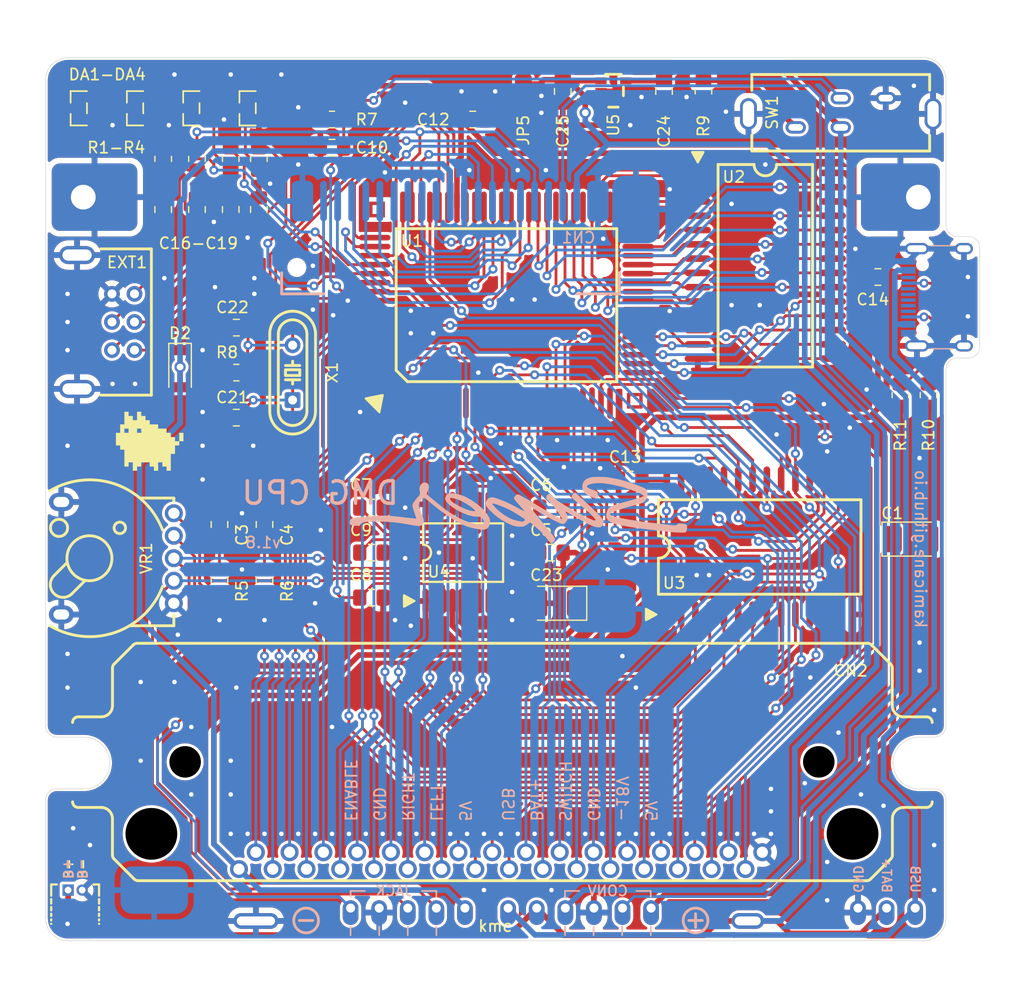
<source format=kicad_pcb>
(kicad_pcb (version 20221018) (generator pcbnew)
  (title_block (title "Super DMG CPU") (date "2022-12-03") (rev "1.8") (company "kmc"))
  (layers (0 "F.Cu" signal) (31 "B.Cu" signal) (34 "B.Paste" user) (35 "F.Paste" user) (36 "B.SilkS" user "B.Silkscreen") (37 "F.SilkS" user "F.Silkscreen") (38 "B.Mask" user) (39 "F.Mask" user) (44 "Edge.Cuts" user))
  (net 0 "")
  (net 1 "Net-(D2-K)")
  (net 2 "/LOUT")
  (net 3 "/EXT_SD")
  (net 4 "GND")
  (net 5 "/EXT_CLK")
  (net 6 "/EXT_IN")
  (net 7 "/EXT_OUT")
  (net 8 "/ROUT")
  (net 9 "Net-(C3-Pad2)")
  (net 10 "Net-(USB1-CC1)")
  (net 11 "/P14")
  (net 12 "/SCK")
  (net 13 "/SIN")
  (net 14 "/SOUT")
  (net 15 "/RST")
  (net 16 "VCC")
  (net 17 "/LPOT")
  (net 18 "Net-(C4-Pad2)")
  (net 19 "/RPOT")
  (net 20 "/RAMP")
  (net 21 "/LAMP")
  (net 22 "/SPKR")
  (net 23 "VEE")
  (net 24 "/P11")
  (net 25 "/P13")
  (net 26 "/P12")
  (net 27 "/P10")
  (net 28 "/P15")
  (net 29 "/S")
  (net 30 "/FR")
  (net 31 "/CP")
  (net 32 "/LD1")
  (net 33 "/LD0")
  (net 34 "/ST")
  (net 35 "/CPL")
  (net 36 "/CPG")
  (net 37 "/CLK")
  (net 38 "/WR")
  (net 39 "/RD")
  (net 40 "/CS")
  (net 41 "/A0")
  (net 42 "/A1")
  (net 43 "/A2")
  (net 44 "/A3")
  (net 45 "/A4")
  (net 46 "/A5")
  (net 47 "/A6")
  (net 48 "/A7")
  (net 49 "/A8")
  (net 50 "/A9")
  (net 51 "/A10")
  (net 52 "/A11")
  (net 53 "/A12")
  (net 54 "/A13")
  (net 55 "/A14")
  (net 56 "Net-(USB1-CC2)")
  (net 57 "/A15")
  (net 58 "/D0")
  (net 59 "/D1")
  (net 63 "/D2")
  (net 64 "/D3")
  (net 65 "/D4")
  (net 69 "/D5")
  (net 70 "/CK1")
  (net 71 "/CK2")
  (net 72 "/D6")
  (net 73 "/D7")
  (net 74 "/SND")
  (net 75 "Net-(C5-Pad1)")
  (net 76 "Net-(C6-Pad1)")
  (net 77 "/MD7")
  (net 78 "/MD6")
  (net 79 "/MD5")
  (net 80 "/MD4")
  (net 81 "/MD3")
  (net 82 "/MD2")
  (net 83 "/MD1")
  (net 84 "/MD0")
  (net 85 "/MA0")
  (net 86 "/MA1")
  (net 87 "/MA2")
  (net 88 "/MA3")
  (net 89 "/MA4")
  (net 90 "/MA5")
  (net 91 "/MA6")
  (net 92 "/MA7")
  (net 93 "/MA12")
  (net 94 "/MCS")
  (net 95 "/MA10")
  (net 96 "/MOE")
  (net 97 "/MA11")
  (net 98 "/MA9")
  (net 99 "/MA8")
  (net 100 "/MWR")
  (net 101 "/AMP_EN")
  (net 102 "Net-(R5-Pad2)")
  (net 103 "Net-(R6-Pad2)")
  (net 106 "+5V")
  (net 107 "SW_OUT")
  (net 108 "+BATT")
  (net 109 "PD_OUT")
  (footprint "dmg_lib:DMG_RAM_64K" (layer "F.Cu") (at 93.5 69.5)
    (fp_text reference "U3")
    (fp_text value "RAM")
  )
  (footprint "kmc_lib:SOT-23-3_L2.9-W1.3-P1.90-LS2.4-BR" (layer "F.Cu") (at 48 30.5)
    (fp_text reference "DA4" hide)
    (fp_text value "BAV99-7-F")
  )
  (footprint "Capacitor_SMD:C_0805_2012Metric_Pad1.18x1.45mm_HandSolder" (layer "F.Cu") (at 76 29 90)
    (fp_text reference "C25")
    (fp_text value "100nF")
  )
  (footprint "Capacitor_Tantalum_SMD:CP_EIA-3528-12_Kemet-T_Pad1.50x2.35mm_HandSolder" (layer "F.Cu") (at 75.5 74.5 180)
    (fp_text reference "C23")
    (fp_text value "100µf")
  )
  (footprint "Resistor_SMD:R_0805_2012Metric_Pad1.20x1.40mm_HandSolder" (layer "F.Cu") (at 43.5 35 -90)
    (fp_text reference "R1" hide)
    (fp_text value "220Ω")
  )
  (footprint "Capacitor_SMD:C_0805_2012Metric_Pad1.18x1.45mm_HandSolder" (layer "F.Cu") (at 49 39.5 90)
    (fp_text reference "C19" hide)
    (fp_text value "100pF")
  )
  (footprint "Capacitor_SMD:C_0805_2012Metric_Pad1.18x1.45mm_HandSolder" (layer "F.Cu") (at 45.5 67.5 -90)
    (fp_text reference "C3")
    (fp_text value "1µF")
  )
  (footprint "Capacitor_SMD:C_0805_2012Metric_Pad1.18x1.45mm_HandSolder" (layer "F.Cu") (at 104 45.5 180)
    (fp_text reference "C14")
    (fp_text value "10nF")
  )
  (footprint "Capacitor_SMD:C_0805_2012Metric_Pad1.18x1.45mm_HandSolder" (layer "F.Cu") (at 75 70)
    (fp_text reference "C5")
    (fp_text value "10µF")
  )
  (footprint "Resistor_SMD:R_0805_2012Metric_Pad1.20x1.40mm_HandSolder" (layer "F.Cu") (at 106 56 -90)
    (fp_text reference "R11")
    (fp_text value "5.1kΩ")
  )
  (footprint "Resistor_SMD:R_0805_2012Metric_Pad1.20x1.40mm_HandSolder" (layer "F.Cu") (at 49.5 72.5 -90)
    (fp_text reference "R6")
    (fp_text value "510Ω")
  )
  (footprint "dmg_lib:DMG_CPU" (layer "F.Cu") (at 71 48)
    (fp_text reference "U1")
    (fp_text value "CPU")
  )
  (footprint "dmg_lib:DMG_CART_SHIELD_CONTACT" (layer "F.Cu") (at 107 43.9)
    (fp_text reference "P1" hide)
    (fp_text value "CART SHIELD GND PADS")
  )
  (footprint "Capacitor_Tantalum_SMD:CP_EIA-3528-12_Kemet-T_Pad1.50x2.35mm_HandSolder" (layer "F.Cu") (at 107 68.8)
    (fp_text reference "C1")
    (fp_text value "100µf")
  )
  (footprint "Resistor_SMD:R_0805_2012Metric_Pad1.20x1.40mm_HandSolder" (layer "F.Cu") (at 55.5 31.5 180)
    (fp_text reference "R7")
    (fp_text value "180kΩ")
  )
  (footprint "Capacitor_SMD:C_0805_2012Metric_Pad1.18x1.45mm_HandSolder" (layer "F.Cu") (at 47 50)
    (fp_text reference "C22")
    (fp_text value "27pF")
  )
  (footprint "dmg_lib:DMG_LINK_CONN" (layer "F.Cu") (at 35.95 49.5)
    (fp_text reference "EXT1")
    (fp_text value "EXT")
  )
  (footprint "kmc_lib:DMGB_POWER_SWITCH" (layer "F.Cu") (at 100.7 29.6)
    (fp_text reference "SW1")
    (fp_text value "DPDT")
  )
  (footprint "eda-glyphs:kmc_6mm" (layer "F.Cu") (at 39.3 60.1)
    (fp_text reference "G1" hide)
    (fp_text value "kmc" hide)
  )
  (footprint "dmg_lib:DMG_CART_CONN" (layer "F.Cu") (at 70.648 89.051)
    (fp_text reference "CN2")
    (fp_text value "CART")
  )
  (footprint "Capacitor_SMD:C_0805_2012Metric_Pad1.18x1.45mm_HandSolder" (layer "F.Cu") (at 46.5 39.5 90)
    (fp_text reference "C18" hide)
    (fp_text value "100pF")
  )
  (footprint "kmc_lib:SOT-23-3_L2.9-W1.3-P1.90-LS2.4-BR" (layer "F.Cu") (at 33 30.5)
    (fp_text reference "DA2" hide)
    (fp_text value "BAV99-7-F")
  )
  (footprint "Capacitor_SMD:C_0805_2012Metric_Pad1.18x1.45mm_HandSolder" (layer "F.Cu") (at 59 74 180)
    (fp_text reference "C8")
    (fp_text value "47nF")
  )
  (footprint "easyeda2kicad:SOT-23-5_L2.9-W1.6-P0.95-LS2.8-BL" (layer "F.Cu") (at 80.5 29 -90)
    (fp_text reference "U5")
    (fp_text value "LPW5209B5F-21")
  )
  (footprint "Capacitor_SMD:C_0805_2012Metric_Pad1.18x1.45mm_HandSolder" (layer "F.Cu") (at 49.5 67.5 -90)
    (fp_text reference "C4")
    (fp_text value "1µF")
  )
  (footprint "dmg_lib:DMG_AMP" (layer "F.Cu") (at 67 70 -90)
    (fp_text reference "U4")
    (fp_text value "AMP")
  )
  (footprint "Resistor_SMD:R_0805_2012Metric_Pad1.20x1.40mm_HandSolder" (layer "F.Cu") (at 45.5 72.5 -90)
    (fp_text reference "R5")
    (fp_text value "510Ω")
  )
  (footprint "Diode_SMD:D_SOD-123" (layer "F.Cu") (at 42 53.65 -90)
    (fp_text reference "D2")
    (fp_text value "1N414")
  )
  (footprint "Capacitor_SMD:C_0805_2012Metric_Pad1.18x1.45mm_HandSolder" (layer "F.Cu") (at 59 70)
    (fp_text reference "C9")
    (fp_text value "47nF")
  )
  (footprint "easyeda2kicad:CONN-TH_2P-P1.25_HCTL_HC-1.25-2AW" (layer "F.Cu") (at 32.7 100)
    (fp_text reference "CN4" hide)
    (fp_text value "BATTERY")
  )
  (footprint "Capacitor_SMD:C_0805_2012Metric_Pad1.18x1.45mm_HandSolder" (layer "F.Cu") (at 43.5 39.5 90)
    (fp_text reference "C16" hide)
    (fp_text value "100pF")
  )
  (footprint "dmg_lib:DMG_RAM_64K" (layer "F.Cu") (at 94 44.5 -90)
    (fp_text reference "U2")
    (fp_text value "VRAM")
  )
  (footprint "dmg_lib:DMG_VOLUME_POT" (layer "F.Cu") (at 36.445597 70.5 90)
    (fp_text reference "VR1")
    (fp_text value "10kΩ")
  )
  (footprint "Capacitor_SMD:C_0805_2012Metric_Pad1.18x1.45mm_HandSolder" (layer "F.Cu") (at 59 66)
    (fp_text reference "C7")
    (fp_text value "47nF")
  )
  (footprint "Capacitor_SMD:C_0805_2012Metric_Pad1.18x1.45mm_HandSolder" (layer "F.Cu") (at 68 31.5)
    (fp_text reference "C12")
    (fp_text value "10nF")
  )
  (footprint "Resistor_SMD:R_0805_2012Metric_Pad1.20x1.40mm_HandSolder" (layer "F.Cu") (at 40.5 35 -90)
    (fp_text reference "R2" hide)
    (fp_text value "220Ω")
  )
  (footprint "Capacitor_SMD:C_0805_2012Metric_Pad1.18x1.45mm_HandSolder" (layer "F.Cu") (at 82 63.5)
    (fp_text reference "C13")
    (fp_text value "10nF")
  )
  (footprint "dmg_lib:HC-49S" (layer "F.Cu") (at 52 54 90)
    (fp_text reference "X1")
    (fp_text value "4.194304 MHz")
  )
  (footprint "dmg_lib:DMG_BATTERY_PADS" (layer "F.Cu") (at 70.636116 102.642979)
    (fp_text reference "CN3" hide)
    (fp_text value "BATTERY")
  )
  (footprint "Capacitor_SMD:C_0805_2012Metric_Pad1.18x1.45mm_HandSolder" (layer "F.Cu") (at 47 58)
    (fp_text reference "C21")
    (fp_text value "27pF")
  )
  (footprint "Resistor_SMD:R_0805_2012Metric_Pad1.20x1.40mm_HandSolder" (layer "F.Cu") (at 47 54)
    (fp_text reference "R8")
    (fp_text value "1MΩ")
  )
  (footprint "Capacitor_SMD:C_0805_2012Metric_Pad1.18x1.45mm_HandSolder" (layer "F.Cu") (at 85 29 90)
    (fp_text reference "C24")
    (fp_text value "100nF")
  )
  (footprint "Capacitor_SMD:C_0805_2012Metric_Pad1.18x1.45mm_HandSolder" (layer "F.Cu") (at 55.5 34)
    (fp_text reference "C10")
    (fp_text value "100nF")
  )
  (footprint "Resistor_SMD:R_0805_2012Metric_Pad1.20x1.40mm_HandSolder" (layer "F.Cu") (at 46.5 35 -90)
    (fp_text reference "R3" hide)
    (fp_text value "220Ω")
  )
  (footprint "kmc_lib:SOT-23-3_L2.9-W1.3-P1.90-LS2.4-BR" (layer "F.Cu") (at 43 30.5)
    (fp_text reference "DA3" hide)
    (fp_text value "BAV99-7-F")
  )
  (footprint "Capacitor_SMD:C_0805_2012Metric_Pad1.18x1.45mm_HandSolder" (layer "F.Cu") (at 40.5 39.5 90)
    (fp_text reference "C17" hide)
    (fp_text value "100pF")
  )
  (footprint "kmc_lib:SOT-23-3_L2.9-W1.3-P1.90-LS2.4-BR" (layer "F.Cu") (at 38 30.5)
    (fp_text reference "DA1" hide)
    (fp_text value "BAV99-7-F")
  )
  (footprint "Capacitor_SMD:C_0805_2012Metric_Pad1.18x1.45mm_HandSolder" (layer "F.Cu") (at 75 66)
    (fp_text reference "C6")
    (fp_text value "10µF")
  )
  (footprint "Resistor_SMD:R_0805_2012Metric_Pad1.20x1.40mm_HandSolder" (layer "F.Cu") (at 88.5 29 -90)
    (fp_text reference "R9")
    (fp_text value "10kΩ")
  )
  (footprint "kmc_lib:solder_jumper_x2" (layer "F.Cu") (at 72.5 29 90)
    (fp_text reference "JP5")
    (fp_text value "bypass")
  )
  (footprint "Resistor_SMD:R_0805_2012Metric_Pad1.20x1.40mm_HandSolder" (layer "F.Cu") (at 108.5 56 -90)
    (fp_text reference "R10")
    (fp_text value "5.1kΩ")
  )
  (footprint "Resistor_SMD:R_0805_2012Metric_Pad1.20x1.40mm_HandSolder" (layer "F.Cu") (at 49 35 -90)
    (fp_text reference "R4" hide)
    (fp_text value "220Ω")
  )
  (footprint "dmg_lib:DMG_GROUNDPAD" (layer "B.Cu") (at 39.7 100 180)
    (fp_text reference "P4" hide)
    (fp_text value "GND PAD")
  )
  (footprint "dmg_lib:DMG_GROUNDPAD" (layer "B.Cu") (at 79.5 75 180)
    (fp_text reference "P3" hide)
    (fp_text value "GND PAD")
  )
  (footprint "kmc_lib:PAD_2.54_HYBRID_X5" (layer "B.Cu") (at 62.23 97.79 180)
    (fp_text reference "H3" hide)
    (fp_text value "AUDIO")
  )
  (footprint "dmg_lib:DMG_FPC_CONN" (layer "B.Cu") (at 66 42 180)
    (fp_text reference "CN1")
    (fp_text value "SCREEN")
  )
  (footprint "dmg_lib:DMG_GROUNDPAD" (layer "B.Cu") (at 82.5 39.5 -90)
    (fp_text reference "P2" hide)
    (fp_text value "GND PAD")
  )
  (footprint "kmc_lib:USB_C_16p" (layer "B.Cu") (at 109.15 47.3 -90)
    (fp_text reference "USB1" hide)
    (fp_text value "CHARGE_PORT")
  )
  (footprint "LOGO" (layer "B.Cu") (at 72.05 66.2 180)
    (fp_text reference "G***" hide)
    (fp_text value "LOGO" hide)
  )
  (footprint "kmc_lib:PAD_2.54_HYBRID_X6" (layer "B.Cu") (at 77.5 97.79 180)
    (fp_text reference "H2" hide)
    (fp_text value "POWER")
  )
  (footprint "kmc_lib:PAD_2.54_HYBRID_X3" (layer "B.Cu") (at 104.775 97.79 180)
    (fp_text reference "H4" hide)
    (fp_text value "DMGB_CHRG_HEADER")
  )
  (gr_line (start 53.8 102.7) (end 52.6 102.7) (stroke (width 0.25)) (layer "B.SilkS"))
  (gr_circle (center 53.2 102.7) (end 54.3 102.7) (stroke (width 0.25)) (fill none) (layer "B.SilkS"))
  (gr_line (start 83.82 104.013) (end 83.82 103.251) (stroke (width 0.15)) (layer "B.SilkS"))
  (gr_line (start 88.4 102.7) (end 87.2 102.7) (stroke (width 0.25)) (layer "B.SilkS"))
  (gr_line (start 83.82 100.076) (end 83.82 100.584) (stroke (width 0.15)) (layer "B.SilkS"))
  (gr_line (start 87.8 102.1) (end 87.8 103.3) (stroke (width 0.25)) (layer "B.SilkS"))
  (gr_line (start 57.15 100.076) (end 58.42 100.076) (stroke (width 0.15)) (layer "B.SilkS"))
  (gr_line (start 83.82 100.076) (end 82.55 100.076) (stroke (width 0.15)) (layer "B.SilkS"))
  (gr_circle (center 87.8 102.7) (end 88.9 102.7) (stroke (width 0.25)) (fill none) (layer "B.SilkS"))
  (gr_line (start 76.2 100.076) (end 77.47 100.076) (stroke (width 0.15)) (layer "B.SilkS"))
  (gr_line (start 64.77 100.076) (end 63.5 100.076) (stroke (width 0.15)) (layer "B.SilkS"))
  (gr_line (start 57.15 100.076) (end 57.15 100.584) (stroke (width 0.15)) (layer "B.SilkS"))
  (gr_line (start 59.69 104.013) (end 59.69 103.251) (stroke (width 0.15)) (layer "B.SilkS"))
  (gr_line (start 57.15 104.013) (end 57.15 103.251) (stroke (width 0.15)) (layer "B.SilkS"))
  (gr_line (start 64.77 100.076) (end 64.77 100.584) (stroke (width 0.15)) (layer "B.SilkS"))
  (gr_line (start 81.28 104.013) (end 81.28 103.251) (stroke (width 0.15)) (layer "B.SilkS"))
  (gr_line (start 78.74 104.013) (end 78.74 103.251) (stroke (width 0.15)) (layer "B.SilkS"))
  (gr_line (start 62.23 104.013) (end 62.23 103.251) (stroke (width 0.15)) (layer "B.SilkS"))
  (gr_line (start 64.77 104.013) (end 64.77 103.251) (stroke (width 0.15)) (layer "B.SilkS"))
  (gr_line (start 76.2 100.08) (end 76.2 100.584) (stroke (width 0.15)) (layer "B.SilkS"))
  (gr_line (start 76.2 104.013) (end 76.2 103.251) (stroke (width 0.15)) (layer "B.SilkS"))
  (gr_arc (start 109.050001 91.000001) (mid 109.757108 91.292894) (end 110.050001 92.000001) (stroke (width 0.05)) (layer "Edge.Cuts"))
  (gr_line (start 31.050001 86.400001) (end 33.450001 86.400001) (stroke (width 0.05)) (layer "Edge.Cuts"))
  (gr_line (start 108.050001 26.000001) (end 32.050001 26.000001) (stroke (width 0.05)) (layer "Edge.Cuts"))
  (gr_line (start 30.050001 43.100001) (end 30.050001 55.900001) (stroke (width 0.05)) (layer "Edge.Cuts"))
  (gr_line (start 30.050001 55.900001) (end 30.050001 85.400001) (stroke (width 0.05)) (layer "Edge.Cuts"))
  (gr_arc (start 107.650001 91.000001) (mid 105.350001 88.700001) (end 107.650001 86.400001) (stroke (width 0.05)) (layer "Edge.Cuts"))
  (gr_arc (start 32.050001 104.500001) (mid 30.635787 103.914215) (end 30.050001 102.500001) (stroke (width 0.05)) (layer "Edge.Cuts"))
  (gr_line (start 111.050001 52.700001) (end 112.050001 52.700001) (stroke (width 0.05)) (layer "Edge.Cuts"))
  (gr_line (start 33.450001 91.000001) (end 31.050001 91.000001) (stroke (width 0.05)) (layer "Edge.Cuts"))
  (gr_line (start 112.050001 41.900001) (end 111.050001 41.900001) (stroke (width 0.05)) (layer "Edge.Cuts"))
  (gr_line (start 107.650001 86.400001) (end 109.050001 86.400001) (stroke (width 0.05)) (layer "Edge.Cuts"))
  (gr_arc (start 30.050001 28.000001) (mid 30.635787 26.585787) (end 32.050001 26.000001) (stroke (width 0.05)) (layer "Edge.Cuts"))
  (gr_line (start 110.050001 102.500001) (end 110.050001 92.000001) (stroke (width 0.05)) (layer "Edge.Cuts"))
  (gr_line (start 30.050001 92.000001) (end 30.050001 102.500001) (stroke (width 0.05)) (layer "Edge.Cuts"))
  (gr_arc (start 108.050001 26.000001) (mid 109.464215 26.585787) (end 110.050001 28.000001) (stroke (width 0.05)) (layer "Edge.Cuts"))
  (gr_arc (start 111.050001 41.900001) (mid 110.342894 41.607108) (end 110.050001 40.900001) (stroke (width 0.05)) (layer "Edge.Cuts"))
  (gr_arc (start 112.050001 41.900001) (mid 112.757108 42.192894) (end 113.050001 42.900001) (stroke (width 0.05)) (layer "Edge.Cuts"))
  (gr_line (start 109.050001 91.000001) (end 107.650001 91.000001) (stroke (width 0.05)) (layer "Edge.Cuts"))
  (gr_line (start 110.050001 85.400001) (end 110.050001 53.700001) (stroke (width 0.05)) (layer "Edge.Cuts"))
  (gr_line (start 113.050001 51.700001) (end 113.050001 42.900001) (stroke (width 0.05)) (layer "Edge.Cuts"))
  (gr_arc (start 30.050001 92.000001) (mid 30.342894 91.292894) (end 31.050001 91.000001) (stroke (width 0.05)) (layer "Edge.Cuts"))
  (gr_line (start 110.050001 40.900001) (end 110.050001 28.000001) (stroke (width 0.05)) (layer "Edge.Cuts"))
  (gr_arc (start 110.050001 85.400001) (mid 109.757108 86.107108) (end 109.050001 86.400001) (stroke (width 0.05)) (layer "Edge.Cuts"))
  (gr_arc (start 110.050001 53.700001) (mid 110.342894 52.992894) (end 111.050001 52.700001) (stroke (width 0.05)) (layer "Edge.Cuts"))
  (gr_arc (start 33.450001 86.400001) (mid 35.750001 88.700001) (end 33.450001 91.000001) (stroke (width 0.05)) (layer "Edge.Cuts"))
  (gr_arc (start 113.050001 51.700001) (mid 112.757108 52.407108) (end 112.050001 52.700001) (stroke (width 0.05)) (layer "Edge.Cuts"))
  (gr_arc (start 110.050001 102.500001) (mid 109.464215 103.914215) (end 108.050001 104.500001) (stroke (width 0.05)) (layer "Edge.Cuts"))
  (gr_arc (start 31.050001 86.400001) (mid 30.342894 86.107108) (end 30.050001 85.400001) (stroke (width 0.05)) (layer "Edge.Cuts"))
  (gr_line (start 32.050001 104.500001) (end 108.050001 104.500001) (stroke (width 0.05)) (layer "Edge.Cuts"))
  (gr_line (start 30.050001 28.000001) (end 30.050001 43.100001) (stroke (width 0.05)) (layer "Edge.Cuts"))
  (gr_text "B-" (at 33.3 99.1 270) (layer "B.SilkS") (effects (font (size 0.8 0.8)) (justify left mirror)))
  (gr_text "RIGHT" (at 62.23 93.98 270) (layer "B.SilkS") (effects (font (size 1 1)) (justify left mirror)))
  (gr_text "SWITCH" (at 76.2 93.98 270) (layer "B.SilkS") (effects (font (size 1 1)) (justify left mirror)))
  (gr_text "B+" (at 32.05 99.1 270) (layer "B.SilkS") (effects (font (size 0.8 0.8)) (justify left mirror)))
  (gr_text "5V" (at 83.82 93.98 270) (layer "B.SilkS") (effects (font (size 1 1)) (justify left mirror)))
  (gr_text "GND" (at 102.235 100.33 270) (layer "B.SilkS") (effects (font (size 0.8 0.8)) (justify left mirror)))
  (gr_text "USB" (at 107.315 100.33 270) (layer "B.SilkS") (effects (font (size 0.8 0.8)) (justify left mirror)))
  (gr_text "GND" (at 59.69 93.98 270) (layer "B.SilkS") (effects (font (size 1 1)) (justify left mirror)))
  (gr_text "USB" (at 71.12 93.98 270) (layer "B.SilkS") (effects (font (size 1 1)) (justify left mirror)))
  (gr_text "v${REVISION}" (at 47.7 69.1) (layer "B.SilkS") (effects (font (size 1 1)) (justify right mirror)))
  (gr_text "DMG CPU" (at 61.6 64.7) (layer "B.SilkS") (effects (font (size 2 2) (thickness 0.3)) (justify left mirror)))
  (gr_text "BAT+" (at 73.66 93.98 270) (layer "B.SilkS") (effects (font (size 1 1)) (justify left mirror)))
  (gr_text "LEFT" (at 64.77 93.98 270) (layer "B.SilkS") (effects (font (size 1 1)) (justify left mirror)))
  (gr_text "GND" (at 78.74 93.98 270) (layer "B.SilkS") (effects (font (size 1 1)) (justify left mirror)))
  (gr_text "BAT+" (at 104.775 100.33 270) (layer "B.SilkS") (effects (font (size 0.8 0.8)) (justify left mirror)))
  (gr_text "JACK" (at 60.96 100.076) (layer "B.SilkS") (effects (font (size 0.9 0.9)) (justify mirror)))
  (gr_text "kamicane.github.io" (at 107.8 76.8 270) (layer "B.SilkS") (effects (font (size 1 1)) (justify left mirror)))
  (gr_text "-18V" (at 81.28 93.98 270) (layer "B.SilkS") (effects (font (size 1 1)) (justify left mirror)))
  (gr_text "5V" (at 67.31 93.98 270) (layer "B.SilkS") (effects (font (size 1 1)) (justify left mirror)))
  (gr_text "ENABLE" (at 57.15 93.98 270) (layer "B.SilkS") (effects (font (size 1 1)) (justify left mirror)))
  (gr_text "CONV" (at 80.01 100.076) (layer "B.SilkS") (effects (font (size 0.9 0.9)) (justify mirror)))
  (gr_text "B+" (at 32.1 99.1 -270) (layer "F.SilkS") (effects (font (size 0.8 0.8)) (justify left)))
  (gr_text "R1-R4" (at 39 34) (layer "F.SilkS") (effects (font (size 1 1)) (justify right)))
  (gr_text "kmc" (at 70 103.2) (layer "F.SilkS") (effects (font (size 1 1) (thickness 0.16))))
  (gr_text "C16-C19" (at 40 42.5) (layer "F.SilkS") (effects (font (size 1 1)) (justify left)))
  (gr_text "B-" (at 33.35 99.1 -270) (layer "F.SilkS") (effects (font (size 0.8 0.8)) (justify left)))
  (gr_text "DA1-DA4" (at 32 27.5) (layer "F.SilkS") (effects (font (size 1 1)) (justify left)))
  (segment (start 37.95 52) (end 42 52) (width 0.25) (layer "F.Cu") (net 1))
  (segment (start 50.5 43.636397) (end 62.260908 31.875489) (width 0.25) (layer "F.Cu") (net 2))
  (segment (start 65 32.8) (end 65 39.3) (width 0.25) (layer "F.Cu") (net 2))
  (segment (start 49.5 62.035718) (end 50.5 61.035718) (width 0.25) (layer "F.Cu") (net 2))
  (segment (start 64.075489 31.875489) (end 65 32.8) (width 0.25) (layer "F.Cu") (net 2))
  (segment (start 50.5 61.035718) (end 50.5 43.636397) (width 0.25) (layer "F.Cu") (net 2))
  (segment (start 62.260908 31.875489) (end 64.075489 31.875489) (width 0.25) (layer "F.Cu") (net 2))
  (segment (start 49.5 66.4625) (end 49.5 62.035718) (width 0.25) (layer "F.Cu") (net 2))
  (segment (start 41.7 35) (end 42.7 36) (width 0.25) (layer "F.Cu") (net 3))
  (segment (start 42.7 36) (end 43.5 36) (width 0.25) (layer "F.Cu") (net 3))
  (segment (start 35.95 49.5) (end 37.25 48.2) (width 0.25) (layer "F.Cu") (net 3))
  (segment (start 37 30.5) (end 37 32.8) (width 0.25) (layer "F.Cu") (net 3))
  (segment (start 37.25 48.2) (end 39.2 48.2) (width 0.25) (layer "F.Cu") (net 3))
  (segment (start 43.5 40.5375) (end 42.45 39.4875) (width 0.25) (layer "F.Cu") (net 3))
  (segment (start 43.5 43.9) (end 43.5 40.5375) (width 0.25) (layer "F.Cu") (net 3))
  (segment (start 42.45 37.05) (end 43.5 36) (width 0.25) (layer "F.Cu") (net 3))
  (segment (start 39.2 35) (end 41.7 35) (width 0.25) (layer "F.Cu") (net 3))
  (segment (start 42.45 39.4875) (end 42.45 37.05) (width 0.25) (layer "F.Cu") (net 3))
  (segment (start 37 32.8) (end 39.2 35) (width 0.25) (layer "F.Cu") (net 3))
  (segment (start 39.2 48.2) (end 43.5 43.9) (width 0.25) (layer "F.Cu") (net 3))
  (via (at 71.5 68.5) (size 0.8) (drill 0.4) (layers "F.Cu" "B.Cu") (net 4))
  (via (at 68.5 54) (size 0.8) (drill 0.4) (layers "F.Cu" "B.Cu") (net 4))
  (via (at 76.1 62.4) (size 0.8) (drill 0.4) (layers "F.Cu" "B.Cu") (net 4))
  (via (at 54 74.5) (size 0.8) (drill 0.4) (layers "F.Cu" "B.Cu") (net 4))
  (via (at 87.9 72) (size 0.8) (drill 0.4) (layers "F.Cu" "B.Cu") (net 4))
  (via (at 57 95) (size 0.8) (drill 0.4) (layers "F.Cu" "B.Cu") (net 4))
  (via (at 47.5 71.5) (size 0.8) (drill 0.4) (layers "F.Cu" "B.Cu") (net 4))
  (via (at 104.5 92.5) (size 0.8) (drill 0.4) (layers "F.Cu" "B.Cu") (net 4))
  (via (at 64.5 95) (size 0.8) (drill 0.4) (layers "F.Cu" "B.Cu") (net 4))
  (via (at 62 70.5) (size 0.8) (drill 0.4) (layers "F.Cu" "B.Cu") (net 4))
  (via (at 70.5 60.3) (size 0.8) (drill 0.4) (layers "F.Cu" "B.Cu") (net 4))
  (via (at 44 57.5) (size 0.8) (drill 0.4) (layers "F.Cu" "B.Cu") (net 4))
  (via (at 48.6 47) (size 0.8) (drill 0.4) (layers "F.Cu" "B.Cu") (net 4))
  (via (at 91 39) (size 0.8) (drill 0.4) (layers "F.Cu" "B.Cu") (net 4))
  (via locked (at 48 95) (size 0.8) (drill 0.4) (layers "F.Cu" "B.Cu") (net 4))
  (via (at 38 55) (size 0.8) (drill 0.4) (layers "F.Cu" "B.Cu") (net 4))
  (via (at 58 57.5) (size 0.8) (drill 0.4) (layers "F.Cu" "B.Cu") (net 4))
  (via (at 41.5 27.5) (size 0.8) (drill 0.4) (layers "F.Cu" "B.Cu") (net 4))
  (via (at 44 60.5) (size 0.8) (drill 0.4) (layers "F.Cu" "B.Cu") (net 4))
  (via (at 80 71.5) (size 0.8) (drill 0.4) (layers "F.Cu" "B.Cu") (net 4))
  (via (at 73.5 47.5) (size 0.8) (drill 0.4) (layers "F.Cu" "B.Cu") (net 4))
  (via (at 87 29.5) (size 0.8) (drill 0.4) (layers "F.Cu" "B.Cu") (net 4))
  (via (at 85.5 48.5245) (size 0.8) (drill 0.4) (layers "F.Cu" "B.Cu") (net 4))
  (via (at 32 60.5) (size 0.8) (drill 0.4) (layers "F.Cu" "B.Cu") (net 4))
  (via (at 45.9 31.5) (size 0.8) (drill 0.4) (layers "F.Cu" "B.Cu") (net 4))
  (via (at 51 27.5) (size 0.8) (drill 0.4) (layers "F.Cu" "B.Cu") (net 4))
  (via (at 84 95) (size 0.8) (drill 0.4) (layers "F.Cu" "B.Cu") (net 4))
  (via (at 48 42) (size 0.8) (drill 0.4) (layers "F.Cu" "B.Cu") (net 4))
  (via (at 44 63.5) (size 0.8) (drill 0.4) (layers "F.Cu" "B.Cu") (net 4))
  (via (at 83 29.5) (size 0.8) (drill 0.4) (layers "F.Cu" "B.Cu") (net 4))
  (via (at 45.1 46.4) (size 0.8) (drill 0.4) (layers "F.Cu" "B.Cu") (net 4))
  (via (at 72 95) (size 0.8) (drill 0.4) (layers "F.Cu" "B.Cu") (net 4))
  (via (at 107.2 28.5) (size 0.8) (drill 0.4) (layers "F.Cu" "B.Cu") (net 4))
  (via (at 62.5 76.5) (size 0.8) (drill 0.4) (layers "F.Cu" "B.Cu") (net 4))
  (via (at 36 55) (size 0.8) (drill 0.4) (layers "F.Cu" "B.Cu") (net 4))
  (via (at 80 60) (size 0.8) (drill 0.4) (layers "F.Cu" "B.Cu") (net 4))
  (via (at 65 70) (size 0.8) (drill 0.4) (layers "F.Cu" "B.Cu") (net 4))
  (via (at 79.3245 62.5) (size 0.8) (drill 0.4) (layers "F.Cu" "B.Cu") (net 4))
  (via (at 75 95) (size 0.8) (drill 0.4) (layers "F.Cu" "B.Cu") (net 4))
  (via (at 94 35.5) (size 0.8) (drill 0.4) (layers "F.Cu" "B.Cu") (net 4))
  (via (at 47 82) (size 0.8) (drill 0.4) (layers "F.Cu" "B.Cu") (net 4))
  (via (at 107.7 61.6) (size 0.8) (drill 0.4) (layers "F.Cu" "B.Cu") (net 4))
  (via locked (at 51 95) (size 0.8) (drill 0.4) (layers "F.Cu" "B.Cu") (net 4))
  (via (at 56.9 47.6) (size 0.8) (drill 0.4) (layers "F.Cu" "B.Cu") (net 4))
  (via locked (at 67.5 95) (size 0.8) (drill 0.4) (layers "F.Cu" "B.Cu") (net 4))
  (via (at 75 100) (size 0.8) (drill 0.4) (layers "F.Cu" "B.Cu") (net 4))
  (via (at 79.5 95) (size 0.8) (drill 0.4) (layers "F.Cu" "B.Cu") (net 4))
  (via (at 55.5 95) (size 0.8) (drill 0.4) (layers "F.Cu" "B.Cu") (net 4))
  (via (at 47.5 66.5) (size 0.8) (drill 0.4) (layers "F.Cu" "B.Cu") (net 4))
  (via (at 46.5 91.5) (size 0.8) (drill 0.4) (layers "F.Cu" "B.Cu") (net 4))
  (via (at 62 30) (size 0.8) (drill 0.4) (layers "F.Cu" "B.Cu") (net 4))
  (via (at 99.5 97.5) (size 0.8) (drill 0.4) (layers "F.Cu" "B.Cu") (net 4))
  (via (at 98 81.1) (size 0.8) (drill 0.4) (layers "F.Cu" "B.Cu") (net 4))
  (via (at 54 95) (size 0.8) (drill 0.4) (layers "F.Cu" "B.Cu") (net 4))
  (via (at 41.5 81.5) (size 0.8) (drill 0.4) (layers "F.Cu" "B.Cu") (net 4))
  (via (at 40.6 45.6) (size 0.8) (drill 0.4) (layers "F.Cu" "B.Cu") (net 4))
  (via (at 46.5 88.5) (size 0.8) (drill 0.4) (layers "F.Cu" "B.Cu") (net 4))
  (via (at 41 32) (size 0.8) (drill 0.4) (layers "F.Cu" "B.Cu") (net 4))
  (via (at 76.5 95) (size 0.8) (drill 0.4) (layers "F.Cu" "B.Cu") (net 4))
  (via (at 61.1 76) (size 0.8) (drill 0.4) (layers "F.Cu" "B.Cu") (net 4))
  (via (at 70 29) (size 0.8) (drill 0.4) (layers "F.Cu" "B.Cu") (net 4))
  (via (at 54.5 68) (size 0.8) (drill 0.4) (layers "F.Cu" "B.Cu") (net 4))
  (via (at 60.2 36.2) (size 0.8) (drill 0.4) (layers "F.Cu" "B.Cu") (net 4))
  (via locked (at 90 95) (size 0.8) (drill 0.4) (layers "F.Cu" "B.Cu") (net 4))
  (via (at 67 29) (size 0.8) (drill 0.4) (layers "F.Cu" "B.Cu") (net 4))
  (via (at 78.592348 68.294483) (size 0.8) (drill 0.4) (layers "F.Cu" "B.Cu") (net 4))
  (via (at 79.6 42.1) (size 0.8) (drill 0.4) (layers "F.Cu" "B.Cu") (net 4))
  (via (at 94.5 91) (size 0.8) (drill 0.4) (layers "F.Cu" "B.Cu") (net 4))
  (via (at 99.5 100.907274) (size 0.8) (drill 0.4) (layers "F.Cu" "B.Cu") (net 4))
  (via (at 81 95) (size 0.8) (drill 0.4) (layers "F.Cu" "B.Cu") (net 4))
  (via (at 89 72) (size 0.8) (drill 0.4) (layers "F.Cu" "B.Cu") (net 4))
  (via (at 71.5 71) (size 0.8) (drill 0.4) (layers "F.Cu" "B.Cu") (net 4))
  (via (at 75.5 60) (size 0.8) (drill 0.4) (layers "F.Cu" "B.Cu") (net 4))
  (via (at 107.7 80.5) (size 0.8) (drill 0.4) (layers "F.Cu" "B.Cu") (net 4))
  (via (at 93.5 48) (size 0.8) (drill 0.4) (layers "F.Cu" "B.Cu") (net 4))
  (via (at 52.5 30.414158) (size 0.8) (drill 0.4) (layers "F.Cu" "B.Cu") (net 4))
  (via (at 52.5 95) (size 0.8) (drill 0.4) (layers "F.Cu" "B.Cu") (net 4))
  (via (at 32 47) (size 0.8) (drill 0.4) (layers "F.Cu" "B.Cu") (net 4))
  (via (at 109 96) (size 0.8) (drill 0.4) (layers "F.Cu" "B.Cu") (net 4))
  (via (at 102 43) (size 0.8) (drill 0.4) (layers "F.Cu" "B.Cu") (net 4))
  (via locked (at 87 95) (size 0.8) (drill 0.4) (layers "F.Cu" "B.Cu") (net 4))
  (via (at 32 103) (size 0.8) (drill 0.4) (layers "F.Cu" "B.Cu") (net 4))
  (via (at 53.8 48.4) (size 0.8) (drill 0.4) (layers "F.Cu" "B.Cu") (net 4))
  (via (at 99.2 56.8) (size 0.8) (drill 0.4) (layers "F.Cu" "B.Cu") (net 4))
  (via (at 91 48) (size 0.8) (drill 0.4) (layers "F.Cu" "B.Cu") (net 4))
  (via (at 62.5 48.5) (size 0.8) (drill 0.4) (layers "F.Cu" "B.Cu") (net 4))
  (via (at 41.8 77.3) (size 0.8) (drill 0.4) (layers "F.Cu" "B.Cu") (net 4))
  (via (at 69 100) (size 0.8) (drill 0.4) (layers "F.Cu" "B.Cu") (net 4))
  (via (at 82.5 95) (size 0.8) (drill 0.4) (layers "F.Cu" "B.Cu") (net 4))
  (via (at 71.5 47.5) (size 0.8) (drill 0.4) (layers "F.Cu" "B.Cu") (net 4))
  (via (at 95 59.5) (size 0.8) (drill 0.4) (layers "F.Cu" "B.Cu") (net 4))
  (via (at 100.5 86) (size 0.8) (drill 0.4) (layers "F.Cu" "B.Cu") (net 4))
  (via (at 90.5 30.8) (size 0.8) (drill 0.4) (layers "F.Cu" "B.Cu") (net 4))
  (via (at 102.5 91.5) (size 0.8) (drill 0.4) (layers "F.Cu" "B.Cu") (net 4))
  (via (at 46.5 27.5) (size 0.8) (drill 0.4) (layers "F.Cu" "B.Cu") (net 4))
  (via (at 58.5 95) (size 0.8) (drill 0.4) (layers "F.Cu" "B.Cu") (net 4))
  (via (at 45 40.6) (size 0.8) (drill 0.4) (layers "F.Cu" "B.Cu") (net 4))
  (via (at 36 32) (size 0.8) (drill 0.4) (layers "F.Cu" "B.Cu") (net 4))
  (via (at 32 49.5) (size 0.8) (drill 0.4) (layers "F.Cu" "B.Cu") (net 4))
  (via (at 52.5 35.5) (size 0.8) (drill 0.4) (layers "F.Cu" "B.Cu") (net 4))
  (via (at 38.5 81.5) (size 0.8) (drill 0.4) (layers "F.Cu" "B.Cu") (net 4))
  (via (at 78 95) (size 0.8) (drill 0.4) (layers "F.Cu" "B.Cu") (net 4))
  (via (at 38.5 88.5) (size 0.8) (drill 0.4) (layers "F.Cu" "B.Cu") (net 4))
  (via (at 43 85.5) (size 0.8) (drill 0.4) (layers "F.Cu" "B.Cu") (net 4))
  (via locked (at 66 95) (size 0.8) (drill 0.4) (layers "F.Cu" "B.Cu") (net 4))
  (via (at 82 32) (size 0.8) (drill 0.4) (layers "F.Cu" "B.Cu") (net 4))
  (via (at 63 95) (size 0.8) (drill 0.4) (layers "F.Cu" "B.Cu") (net 4))
  (via (at 50 37.2) (size 0.8) (drill 0.4) (layers "F.Cu" "B.Cu") (net 4))
  (via locked (at 70.5 95) (size 0.8) (drill 0.4) (layers "F.Cu" "B.Cu") (net 4))
  (via (at 81.3 79.2) (size 0.8) (drill 0.4) (layers "F.Cu" "B.Cu") (net 4))
  (via (at 74.1 29.4) (size 0.8) (drill 0.4) (layers "F.Cu" "B.Cu") (net 4))
  (via (at 101.5 58.9) (size 0.8) (drill 0.4) (layers "F.Cu" "B.Cu") (net 4))
  (via (at 62 66) (size 0.8) (drill 0.4) (layers "F.Cu" "B.Cu") (net 4))
  (via (at 32 52) (size 0.8) (drill 0.4) (layers "F.Cu" "B.Cu") (net 4))
  (via locked (at 94.5 95) (size 0.8) (drill 0.4) (layers "F.Cu" "B.Cu") (net 4))
  (via (at 72 36) (size 0.8) (drill 0.4) (layers "F.Cu" "B.Cu") (net 4))
  (via (at 85.5 37.7) (size 0.8) (drill 0.4) (layers "F.Cu" "B.Cu") (net 4))
  (via (at 107.7 78) (size 0.8) (drill 0.4) (layers "F.Cu" "B.Cu") (net 4))
  (via locked (at 88.5 95) (size 0.8) (drill 0.4) (layers "F.Cu" "B.Cu") (net 4))
  (via (at 45.5 76) (size 0.8) (drill 0.4) (layers "F.Cu" "B.Cu") (net 4))
  (via (at 43 91.5) (size 0.8) (drill 0.4) (layers "F.Cu" "B.Cu") (net 4))
  (via locked (at 46.5 95) (size 0.8) (drill 0.4) (layers "F.Cu" "B.Cu") (net 4))
  (via (at 97.5 90.5) (size 0.8) (drill 0.4) (layers "F.Cu" "B.Cu") (net 4))
  (via (at 32.5 94.5) (size 0.8) (drill 0.4) (layers "F.Cu" "B.Cu") (net 4))
  (via (at 32 79) (size 0.8) (drill 0.4) (layers "F.Cu" "B.Cu") (net 4))
  (via (at 67.7 36) (size 0.8) (drill 0.4) (layers "F.Cu" "B.Cu") (net 4))
  (via (at 82.5 82) (size 0.8) (drill 0.4) (layers "F.Cu" "B.Cu") (net 4))
  (via (at 53.8 44.5) (size 0.8) (drill 0.4) (layers "F.Cu" "B.Cu") (net 4))
  (via (at 44 52) (size 0.8) (drill 0.4) (layers "F.Cu" "B.Cu") (net 4))
  (via locked (at 69 95) (size 0.8) (drill 0.4) (layers "F.Cu" "B.Cu") (net 4))
  (via (at 55.5 85.5) (size 0.8) (drill 0.4) (layers "F.Cu" "B.Cu") (net 4))
  (via (at 73.5 95) (size 0.8) (drill 0.4) (layers "F.Cu" "B.Cu") (net 4))
  (via (at 64.5 50.5) (size 0.8) (drill 0.4) (layers "F.Cu" "B.Cu") (net 4))
  (via locked (at 91.5 95) (size 0.8) (drill 0.4) (layers "F.Cu" "B.Cu") (net 4))
  (via (at 49.5 76) (size 0.8) (drill 0.4) (layers "F.Cu" "B.Cu") (net 4))
  (via (at 103 55.5) (size 0.8) (drill 0.4) (layers "F.Cu" "B.Cu") (net 4))
  (via locked (at 93 95) (size 0.8) (drill 0.4) (layers "F.Cu" "B.Cu") (net 4))
  (via (at 60 95) (size 0.8) (drill 0.4) (layers "F.Cu" "B.Cu") (net 4))
  (via (at 71.5 76) (size 0.8) (drill 0.4) (layers "F.Cu" "B.Cu") (net 4))
  (via (at 68 70.5) (size 0.8) (drill 0.4) (layers "F.Cu" "B.Cu") (net 4))
  (via (at 32 82) (size 0.8) (drill 0.4) (layers "F.Cu" "B.Cu") (net 4))
  (via locked (at 85.5 95) (size 0.8) (drill 0.4) (layers "F.Cu" "B.Cu") (net 4))
  (via (at 69.6 63.3755) (size 0.8) (drill 0.4) (layers "F.Cu" "B.Cu") (net 4))
  (via (at 109 84) (size 0.8) (drill 0.4) (layers "F.Cu" "B.Cu") (net 4))
  (via (at 55.6 48.9) (size 0.8) (drill 0.4) (layers "F.Cu" "B.Cu") (net 4))
  (via (at 112 49) (size 0.8) (drill 0.4) (layers "F.Cu" "B.Cu") (net 4))
  (via (at 48.6 45.6) (size 0.8) (drill 0.4) (layers "F.Cu" "B.Cu") (net 4))
  (via locked (at 49.5 95) (size 0.8) (drill 0.4) (layers "F.Cu" "B.Cu") (net 4))
  (via (at 48.5 60.5) (size 0.8) (drill 0.4) (layers "F.Cu" "B.Cu") (net 4))
  (via (at 109 100) (size 0.8) (drill 0.4) (layers "F.Cu" "B.Cu") (net 4))
  (via (at 34 96) (size 0.8) (drill 0.4) (layers "F.Cu" "B.Cu") (net 4))
  (via (at 99.5 61) (size 0.8) (drill 0.4) (layers "F.Cu" "B.Cu") (net 4))
  (via (at 112 45.5) (size 0.8) (drill 0.4) (layers "F.Cu" "B.Cu") (net 4))
  (via (at 61.5 95) (size 0.8) (drill 0.4) (layers "F.Cu" "B.Cu") (net 4))
  (via (at 62.5 50.5) (size 0.8) (drill 0.4) (layers "F.Cu" "B.Cu") (net 4))
  (via (at 74.1 30.9) (size 0.8) (drill 0.4) (layers "F.Cu" "B.Cu") (net 4))
  (via (at 74.5 36) (size 0.8) (drill 0.4) (layers "F.Cu" "B.Cu") (net 4))
  (via (at 94.5 93) (size 0.8) (drill 0.4) (layers "F.Cu" "B.Cu") (net 4))
  (via (at 71.5 73.5) (size 0.8) (drill 0.4) (layers "F.Cu" "B.Cu") (net 4))
  (segment (start 107.465 51.265) (end 107.465 51.62) (width 0.5) (layer "B.Cu") (net 4))
  (segment (start 106.7 44.1) (end 107.465 43.335) (width 0.5) (layer "B.Cu") (net 4))
  (segment (start 107.465 43.335) (end 107.465 42.98) (width 0.5) (layer "B.Cu") (net 4))
  (segment (start 106.7 50.5) (end 107.465 51.265) (width 0.5) (layer "B.Cu") (net 4))
  (segment (start 37.95 47) (end 40.5 44.45) (width 0.25) (layer "F.Cu") (net 5))
  (segment (start 40.5 36) (end 39.563604 36) (width 0.25) (layer "F.Cu") (net 5))
  (segment (start 39.45 39.4875) (end 40.5 40.5375) (width 0.25) (layer "F.Cu") (net 5))
  (segment (start 39.45 37.05) (end 39.45 39.4875) (width 0.25) (layer "F.Cu") (net 5))
  (segment (start 37.063604 33.5) (end 33 33.5) (width 0.25) (layer "F.Cu") (net 5))
  (segment (start 32 32.5) (end 32 30.5) (width 0.25) (layer "F.Cu") (net 5))
  (segment (start 40.5 44.45) (end 40.5 40.5375) (width 0.25) (layer "F.Cu") (net 5))
  (segment (start 39.563604 36) (end 37.063604 33.5) (width 0.25) (layer "F.Cu") (net 5))
  (segment (start 40.5 36) (end 39.45 37.05) (width 0.25) (layer "F.Cu") (net 5))
  (segment (start 33 33.5) (end 32 32.5) (width 0.25) (layer "F.Cu") (net 5))
  (segment (start 45 34.5) (end 46.5 36) (width 0.25) (layer "F.Cu") (net 6))
  (segment (start 46.5 40.5375) (end 45.45 39.4875) (width 0.25) (layer "F.Cu") (net 6))
  (segment (start 42 30.5) (end 44.7 30.5) (width 0.25) (layer "F.Cu") (net 6))
  (segment (start 45.45 39.4875) (end 45.45 37.05) (width 0.25) (layer "F.Cu") (net 6))
  (segment (start 45 30.8) (end 45 34.5) (width 0.25) (layer "F.Cu") (net 6))
  (segment (start 45.45 37.05) (end 46.5 36) (width 0.25) (layer "F.Cu") (net 6))
  (segment (start 46.5 43.7) (end 46.5 40.5375) (width 0.25) (layer "F.Cu") (net 6))
  (segment (start 37.95 49.5) (end 40.7 49.5) (width 0.25) (layer "F.Cu") (net 6))
  (segment (start 40.7 49.5) (end 46.5 43.7) (width 0.25) (layer "F.Cu") (net 6))
  (segment (start 44.7 30.5) (end 45 30.8) (width 0.25) (layer "F.Cu") (net 6))
  (segment (start 49 40.5375) (end 50.8 38.7375) (width 0.25) (layer "F.Cu") (net 7))
  (segment (start 50.8 38.7375) (end 50.8 36.8) (width 0.25) (layer "F.Cu") (net 7))
  (segment (start 50.8 36.8) (end 50 36) (width 0.25) (layer "F.Cu") (net 7))
  (segment (start 35.95 52) (end 37.25 50.7) (width 0.25) (layer "F.Cu") (net 7))
  (segment (start 50 36) (end 49 36) (width 0.25) (layer "F.Cu") (net 7))
  (segment (start 47.8 31.3) (end 47.8 34.5) (width 0.25) (layer "F.Cu") (net 7))
  (segment (start 47 30.5) (end 47.8 31.3) (width 0.25) (layer "F.Cu") (net 7))
  (segment (start 47.8 34.5) (end 49 35.7) (width 0.25) (layer "F.Cu") (net 7))
  (segment (start 37.25 50.7) (end 42.1 50.7) (width 0.25) (layer "F.Cu") (net 7))
  (segment (start 42.1 50.7) (end 49 43.8) (width 0.25) (layer "F.Cu") (net 7))
  (segment (start 49 43.8) (end 49 40.5375) (width 0.25) (layer "F.Cu") (net 7))
  (segment (start 45.5 66.4625) (end 45.5 65.4) (width 0.25) (layer "F.Cu") (net 8))
  (segment (start 50 60.9) (end 50 43.500001) (width 0.25) (layer "F.Cu") (net 8))
  (segment (start 50 43.500001) (end 62.074032 31.425969) (width 0.25) (layer "F.Cu") (net 8))
  (segment (start 64.261687 31.425969) (end 65.8 32.964282) (width 0.25) (layer "F.Cu") (net 8))
  (segment (start 65.8 32.964282) (end 65.8 39.3) (width 0.25) (layer "F.Cu") (net 8))
  (segment (start 45.5 65.4) (end 50 60.9) (width 0.25) (layer "F.Cu") (net 8))
  (segment (start 62.074032 31.425969) (end 64.261687 31.425969) (width 0.25) (layer "F.Cu") (net 8))
  (segment (start 45.5 68.5375) (end 45.5 71.5) (width 0.25) (layer "F.Cu") (net 9))
  (segment (start 108.1 46.05) (end 108.7 46.05) (width 0.25) (layer "F.Cu") (net 10))
  (segment (start 110 47.35) (end 110 52.3) (width 0.25) (layer "F.Cu") (net 10))
  (segment (start 108.7 46.05) (end 110 47.35) (width 0.25) (layer "F.Cu") (net 10))
  (segment (start 108.5 53.8) (end 108.5 55) (width 0.25) (layer "F.Cu") (net 10))
  (segment (start 110 52.3) (end 108.5 53.8) (width 0.25) (layer "F.Cu") (net 10))
  (via (at 108.1 46.05) (size 0.8) (drill 0.4) (layers "F.Cu" "B.Cu") (net 10))
  (segment (start 106.7 46.05) (end 108.1 46.05) (width 0.25) (layer "B.Cu") (net 10))
  (segment (start 63.3 32.6) (end 63.3 34.495113) (width 0.25) (layer "F.Cu") (net 11))
  (segment (start 62.6 35.195113) (end 62.6 39.3) (width 0.25) (layer "F.Cu") (net 11))
  (segment (start 43.5 32.6) (end 43.5 34) (width 0.25) (layer "F.Cu") (net 11))
  (segment (start 63.3 34.495113) (end 62.6 35.195113) (width 0.25) (layer "F.Cu") (net 11))
  (via (at 63.3 32.6) (size 0.8) (drill 0.4) (layers "F.Cu" "B.Cu") (net 11))
  (via (at 43.5 32.6) (size 0.8) (drill 0.4) (layers "F.Cu" "B.Cu") (net 11))
  (segment (start 63.3 32.6) (end 70.1 32.6) (width 0.25) (layer "B.Cu") (net 11))
  (segment (start 70.1 32.6) (end 73.5 36) (width 0.25) (layer "B.Cu") (net 11))
  (segment (start 43.5 32.6) (end 63.3 32.6) (width 0.25) (layer "B.Cu") (net 11))
  (segment (start 73.5 36) (end 73.5 38.75) (width 0.25) (layer "B.Cu") (net 11))
  (segment (start 41.48995 34) (end 40.5 34) (width 0.25) (layer "F.Cu") (net 12))
  (segment (start 45 36) (end 45 35.43995) (width 0.25) (layer "F.Cu") (net 12))
  (segment (start 59.3 44.4) (end 56.936396 44.4) (width 0.25) (layer "F.Cu") (net 12))
  (segment (start 44.56005 35) (end 42.48995 35) (width 0.25) (layer "F.Cu") (net 12))
  (segment (start 54.036396 41.5) (end 54 41.5) (width 0.25) (layer "F.Cu") (net 12))
  (segment (start 42.48995 35) (end 41.48995 34) (width 0.25) (layer "F.Cu") (net 12))
  (segment (start 45 35.43995) (end 44.56005 35) (width 0.25) (layer "F.Cu") (net 12))
  (segment (start 56.936396 44.4) (end 54.036396 41.5) (width 0.25) (layer "F.Cu") (net 12))
  (via (at 45 36) (size 0.8) (drill 0.4) (layers "F.Cu" "B.Cu") (net 12))
  (via (at 54 41.5) (size 0.8) (drill 0.4) (layers "F.Cu" "B.Cu") (net 12))
  (segment (start 52.68672 41.5) (end 48.425 37.23828) (width 0.25) (layer "B.Cu") (net 12))
  (segment (start 48.425 36.825) (end 47.6 36) (width 0.25) (layer "B.Cu") (net 12))
  (segment (start 48.425 37.23828) (end 48.425 36.825) (width 0.25) (layer "B.Cu") (net 12))
  (segment (start 47.6 36) (end 45 36) (width 0.25) (layer "B.Cu") (net 12))
  (segment (start 54 41.5) (end 52.68672 41.5) (width 0.25) (layer "B.Cu") (net 12))
  (segment (start 54 42.8) (end 54.7 42.8) (width 0.25) (layer "F.Cu") (net 13))
  (segment (start 57.1 45.2) (end 59.3 45.2) (width 0.25) (layer "F.Cu") (net 13))
  (segment (start 54.7 42.8) (end 57.1 45.2) (width 0.25) (layer "F.Cu") (net 13))
  (segment (start 47.7 35.336396) (end 46.5 34.136396) (width 0.25) (layer "F.Cu") (net 13))
  (segment (start 47.7 37.2) (end 47.7 35.336396) (width 0.25) (layer "F.Cu") (net 13))
  (via (at 54 42.8) (size 0.8) (drill 0.4) (layers "F.Cu" "B.Cu") (net 13))
  (via (at 47.7 37.2) (size 0.8) (drill 0.4) (layers "F.Cu" "B.Cu") (net 13))
  (segment (start 54 42.8) (end 53.3 42.8) (width 0.25) (layer "B.Cu") (net 13))
  (segment (start 53.3 42.8) (end 47.7 37.2) (width 0.25) (layer "B.Cu") (net 13))
  (segment (start 49.79508 42.5) (end 51.4 40.89508) (width 0.25) (layer "F.Cu") (net 14))
  (segment (start 53.9 46.3) (end 54.1 46.3) (width 0.25) (layer "F.Cu") (net 14))
  (segment (start 57 46) (end 59.3 46) (width 0.25) (layer "F.Cu") (net 14))
  (segment (start 54.925 45.475) (end 56.475 45.475) (width 0.25) (layer "F.Cu") (net 14))
  (segment (start 49.8 34) (end 49 34) (width 0.25) (layer "F.Cu") (net 14))
  (segment (start 56.475 45.475) (end 57 46) (width 0.25) (layer "F.Cu") (net 14))
  (segment (start 51.4 40.89508) (end 51.4 35.6) (width 0.25) (layer "F.Cu") (net 14))
  (segment (start 51.4 35.6) (end 49.8 34) (width 0.25) (layer "F.Cu") (net 14))
  (segment (start 54.1 46.3) (end 54.925 45.475) (width 0.25) (layer "F.Cu") (net 14))
  (via (at 49.79508 42.5) (size 0.8) (drill 0.4) (layers "F.Cu" "B.Cu") (net 14))
  (via (at 53.9 46.3) (size 0.8) (drill 0.4) (layers "F.Cu" "B.Cu") (net 14))
  (segment (start 51.5 46.3) (end 49.79508 44.59508) (width 0.25) (layer "B.Cu") (net 14))
  (segment (start 53.9 46.3) (end 51.5 46.3) (width 0.25) (layer "B.Cu") (net 14))
  (segment (start 49.79508 44.59508) (end 49.79508 42.5) (width 0.25) (layer "B.Cu") (net 14))
  (segment (start 56.4 46.8) (end 59.3 46.8) (width 0.25) (layer "F.Cu") (net 15))
  (segment (start 55.374625 36.004471) (end 55.374625 35.625375) (width 0.25) (layer "F.Cu") (net 15))
  (segment (start 62.3 46.8) (end 59.3 46.8) (width 0.25) (layer "F.Cu") (net 15))
  (segment (start 59.2 29.8) (end 58.2 29.8) (width 0.25) (layer "F.Cu") (net 15))
  (segment (start 66 49.8) (end 65.3 49.8) (width 0.25) (layer "F.Cu") (net 15))
  (segment (start 65.3 49.8) (end 62.3 46.8) (width 0.25) (layer "F.Cu") (net 15))
  (segment (start 55.9 46.3) (end 56.4 46.8) (width 0.25) (layer "F.Cu") (net 15))
  (segment (start 55.374625 35.625375) (end 56.5375 34.4625) (width 0.25) (layer "F.Cu") (net 15))
  (segment (start 56.5375 31.5375) (end 56.5375 34) (width 0.25) (layer "F.Cu") (net 15))
  (segment (start 58.2 29.8) (end 56.5 31.5) (width 0.25) (layer "F.Cu") (net 15))
  (via (at 66 49.8) (size 0.8) (drill 0.4) (layers "F.Cu" "B.Cu") (net 15))
  (via (at 59.2 29.8) (size 0.8) (drill 0.4) (layers "F.Cu" "B.Cu") (net 15))
  (via (at 55.374625 36.004471) (size 0.8) (drill 0.4) (layers "F.Cu" "B.Cu") (net 15))
  (via (at 55.9 46.3) (size 0.8) (drill 0.4) (layers "F.Cu" "B.Cu") (net 15))
  (segment (start 99 27.9) (end 61.1 27.9) (width 0.25) (layer "B.Cu") (net 15))
  (segment (start 55.374625 45.774625) (end 55.374625 36.004471) (width 0.25) (layer "B.Cu") (net 15))
  (segment (start 90.616751 57.252469) (end 101.950498 68.586216) (width 0.25) (layer "B.Cu") (net 15))
  (segment (start 101.950498 68.586216) (end 101.950498 79.409806) (width 0.25) (layer "B.Cu") (net 15))
  (segment (start 101.950498 79.409806) (end 90.732 90.628304) (width 0.25) (layer "B.Cu") (net 15))
  (segment (start 66 49.8) (end 79.3 49.8) (width 0.25) (layer "B.Cu") (net 15))
  (segment (start 55.9 46.3) (end 55.374625 45.774625) (width 0.25) (layer "B.Cu") (net 15))
  (segment (start 79.3 49.8) (end 86.752469 57.252469) (width 0.25) (layer "B.Cu") (net 15))
  (segment (start 100.7 29.6) (end 99 27.9) (width 0.25) (layer "B.Cu") (net 15))
  (segment (start 86.752469 57.252469) (end 90.616751 57.252469) (width 0.25) (layer "B.Cu") (net 15))
  (segment (start 90.732 90.628304) (end 90.732 96.635) (width 0.25) (layer "B.Cu") (net 15))
  (segment (start 61.1 27.9) (end 59.2 29.8) (width 0.25) (layer "B.Cu") (net 15))
  (segment (start 109 56) (end 109 82) (width 0.5) (layer "B.Cu") (net 16))
  (segment (start 104.5 90.2) (end 107.315 93.015) (width 0.5) (layer "B.Cu") (net 16))
  (segment (start 105.501323 52.501323) (end 109 56) (width 0.5) (layer "B.Cu") (net 16))
  (segment (start 105.75 44.9) (end 106.7 44.9) (width 0.5) (layer "B.Cu") (net 16))
  (segment (start 107.315 93.015) (end 107.315 101.6) (width 0.5) (layer "B.Cu") (net 16))
  (segment (start 105.501323 49.651323) (end 105.501323 52.501323) (width 0.5) (layer "B.Cu") (net 16))
  (segment (start 105.501323 49.651323) (end 105.501323 45.148677) (width 0.5) (layer "B.Cu") (net 16))
  (segment (start 104.922501 103.992499) (end 91.218548 103.992499) (width 0.5) (layer "B.Cu") (net 16))
  (segment (start 73.534998 103.984998) (end 71.15 101.6) (width 0.5) (layer "B.Cu") (net 16))
  (segment (start 91.218548 103.992499) (end 91.211047 103.984998) (width 0.5) (layer "B.Cu") (net 16))
  (segment (start 107.315 101.6) (end 104.922501 103.992499) (width 0.5) (layer "B.Cu") (net 16))
  (segment (start 109 82) (end 104.5 86.5) (width 0.5) (layer "B.Cu") (net 16))
  (segment (start 105.501323 45.148677) (end 105.75 44.9) (width 0.5) (layer "B.Cu") (net 16))
  (segment (start 104.5 86.5) (end 104.5 90.2) (width 0.5) (layer "B.Cu") (net 16))
  (segment (start 91.211047 103.984998) (end 73.534998 103.984998) (width 0.5) (layer "B.Cu") (net 16))
  (segment (start 106.7 49.7) (end 105.551812 49.7) (width 0.5) (layer "B.Cu") (net 16))
  (segment (start 105.503135 49.651323) (end 105.501323 49.651323) (width 0.5) (layer "B.Cu") (net 16))
  (segment (start 105.551812 49.7) (end 105.503135 49.651323) (width 0.5) (layer "B.Cu") (net 16))
  (segment (start 55.8 71.4) (end 68.4 71.4) (width 0.25) (layer "F.Cu") (net 17))
  (segment (start 69.4 72.4) (end 69.4 74.3) (width 0.25) (layer "F.Cu") (net 17))
  (segment (start 42.8 71.854403) (end 42.8 78.1) (width 0.25) (layer "F.Cu") (net 17))
  (segment (start 54.9 70.5) (end 55.8 71.4) (width 0.25) (layer "F.Cu") (net 17))
  (segment (start 68.4 71.4) (end 69.4 72.4) (width 0.25) (layer "F.Cu") (net 17))
  (segment (start 40 80.9) (end 40 90.418296) (width 0.25) (layer "F.Cu") (net 17))
  (segment (start 54.2 70.5) (end 54.9 70.5) (width 0.25) (layer "F.Cu") (net 17))
  (segment (start 46.3 99.9) (end 63.07 99.9) (width 0.25) (layer "F.Cu") (net 17))
  (segment (start 42.8 78.1) (end 40 80.9) (width 0.25) (layer "F.Cu") (net 17))
  (segment (start 42.986489 96.586489) (end 46.3 99.9) (width 0.25) (layer "F.Cu") (net 17))
  (segment (start 63.07 99.9) (end 64.77 101.6) (width 0.25) (layer "F.Cu") (net 17))
  (segment (start 40 90.418296) (end 42.986489 93.404785) (width 0.25) (layer "F.Cu") (net 17))
  (segment (start 41.445597 70.5) (end 42.8 71.854403) (width 0.25) (layer "F.Cu") (net 17))
  (segment (start 42.986489 93.404785) (end 42.986489 96.586489) (width 0.25) (layer "F.Cu") (net 17))
  (via (at 54.2 70.5) (size 0.8) (drill 0.4) (layers "F.Cu" "B.Cu") (net 17))
  (segment (start 54.2 70.5) (end 41.445597 70.5) (width 0.25) (layer "B.Cu") (net 17))
  (segment (start 49.5 68.5375) (end 49.5 71.5) (width 0.25) (layer "F.Cu") (net 18))
  (segment (start 42.536978 96.773374) (end 46.113604 100.35) (width 0.25) (layer "F.Cu") (net 19))
  (segment (start 60.98 100.35) (end 62.23 101.6) (width 0.25) (layer "F.Cu") (net 19))
  (segment (start 55.35048 71.84952) (end 67.94952 71.84952) (width 0.25) (layer "F.Cu") (net 19))
  (segment (start 67.94952 71.84952) (end 68.6 72.5) (width 0.25) (layer "F.Cu") (net 19))
  (segment (start 54.1 72.5) (end 54.7 72.5) (width 0.25) (layer "F.Cu") (net 19))
  (segment (start 68.6 72.5) (end 68.6 74.3) (width 0.25) (layer "F.Cu") (net 19))
  (segment (start 46.113604 100.35) (end 60.98 100.35) (width 0.25) (layer "F.Cu") (net 19))
  (segment (start 39.55048 90.604493) (end 42.536978 93.590992) (width 0.25) (layer "F.Cu") (net 19))
  (segment (start 54.7 72.5) (end 55.35048 71.84952) (width 0.25) (layer "F.Cu") (net 19))
  (segment (start 42.536978 93.590992) (end 42.536978 96.773374) (width 0.25) (layer "F.Cu") (net 19))
  (segment (start 39.55048 74.395117) (end 39.55048 90.604493) (width 0.25) (layer "F.Cu") (net 19))
  (segment (start 41.445597 72.5) (end 39.55048 74.395117) (width 0.25) (layer "F.Cu") (net 19))
  (via (at 54.1 72.5) (size 0.8) (drill 0.4) (layers "F.Cu" "B.Cu") (net 19))
  (segment (start 54.1 72.5) (end 41.445597 72.5) (width 0.25) (layer "B.Cu") (net 19))
  (segment (start 66.2 67.7) (end 66.2 65.7) (width 0.25) (layer "F.Cu") (net 20))
  (segment (start 57.9625 66) (end 60.3625 68.4) (width 0.25) (layer "F.Cu") (net 20))
  (segment (start 65.5 68.4) (end 66.2 67.7) (width 0.25) (layer "F.Cu") (net 20))
  (segment (start 60.3625 68.4) (end 65.5 68.4) (width 0.25) (layer "F.Cu") (net 20))
  (segment (start 67.875094 68.84952) (end 68.6 68.124614) (width 0.25) (layer "F.Cu") (net 21))
  (segment (start 57.9625 70) (end 59.11298 68.84952) (width 0.25) (layer "F.Cu") (net 21))
  (segment (start 59.11298 68.84952) (end 67.875094 68.84952) (width 0.25) (layer "F.Cu") (net 21))
  (segment (start 68.6 68.124614) (end 68.6 65.7) (width 0.25) (layer "F.Cu") (net 21))
  (segment (start 56.3 74) (end 57.9625 74) (width 0.25) (layer "F.Cu") (net 22))
  (segment (start 65.4 74.3) (end 65.4 73) (width 0.25) (layer "F.Cu") (net 22))
  (segment (start 65.14856 72.74856) (end 59.21394 72.74856) (width 0.25) (layer "F.Cu") (net 22))
  (segment (start 65.4 73) (end 65.14856 72.74856) (width 0.25) (layer "F.Cu") (net 22))
  (segment (start 55.962299 73.662299) (end 56.3 74) (width 0.25) (layer "F.Cu") (net 22))
  (segment (start 55.962299 73.362299) (end 55.962299 73.662299) (width 0.25) (layer "F.Cu") (net 22))
  (segment (start 59.21394 72.74856) (end 57.9625 74) (width 0.25) (layer "F.Cu") (net 22))
  (via (at 55.962299 73.362299) (size 0.8) (drill 0.4) (layers "F.Cu" "B.Cu") (net 22))
  (segment (start 54.75 64.85) (end 54.75 38.75) (width 0.25) (layer "B.Cu") (net 22))
  (segment (start 55.962299 66.062299) (end 54.75 64.85) (width 0.25) (layer "B.Cu") (net 22))
  (segment (start 55.962299 73.362299) (end 55.962299 66.062299) (width 0.25) (layer "B.Cu") (net 22))
  (segment (start 105.2 59) (end 105.2 81.828124) (width 0.25) (layer "B.Cu") (net 23))
  (segment (start 101.5 85.528124) (end 101.5 88.359553) (width 0.25) (layer "B.Cu") (net 23))
  (segment (start 76 38.75) (end 76 30.5) (width 0.25) (layer "B.Cu") (net 23))
  (segment (start 97.25 97.312494) (end 93.987983 100.574511) (width 0.25) (layer "B.Cu") (net 23))
  (segment (start 82.335489 100.574511) (end 81.31 101.6) (width 0.25) (layer "B.Cu") (net 23))
  (segment (start 93.987983 100.574511) (end 82.335489 100.574511) (width 0.25) (layer "B.Cu") (net 23))
  (segment (start 78 28.5) (end 97.9 28.5) (width 0.25) (layer "B.Cu") (net 23))
  (segment (start 98.9 29.5) (end 98.9 52.7) (width 0.25) (layer "B.Cu") (net 23))
  (segment (start 105.2 81.828124) (end 101.5 85.528124) (width 0.25) (layer "B.Cu") (net 23))
  (segment (start 76 30.5) (end 78 28.5) (width 0.25) (layer "B.Cu") (net 23))
  (segment (start 97.25 92.609553) (end 97.25 97.312494) (width 0.25) (layer "B.Cu") (net 23))
  (segment (start 101.5 88.359553) (end 97.25 92.609553) (width 0.25) (layer "B.Cu") (net 23))
  (segment (start 97.9 28.5) (end 98.9 29.5) (width 0.25) (layer "B.Cu") (net 23))
  (segment (start 98.9 52.7) (end 105.2 59) (width 0.25) (layer "B.Cu") (net 23))
  (segment (start 56.7 41.9) (end 57.6 42.8) (width 0.25) (layer "F.Cu") (net 24))
  (segment (start 56.7 41.5) (end 56.7 41.9) (width 0.25) (layer "F.Cu") (net 24))
  (segment (start 57.6 42.8) (end 59.3 42.8) (width 0.25) (layer "F.Cu") (net 24))
  (via (at 56.7 41.5) (size 0.8) (drill 0.4) (layers "F.Cu" "B.Cu") (net 24))
  (segment (start 74.75 42.45) (end 70.2 47) (width 0.25) (layer "B.Cu") (net 24))
  (segment (start 60.55 47) (end 56.7 43.15) (width 0.25) (layer "B.Cu") (net 24))
  (segment (start 56.7 43.15) (end 56.7 41.5) (width 0.25) (layer "B.Cu") (net 24))
  (segment (start 74.75 38.75) (end 74.75 42.45) (width 0.25) (layer "B.Cu") (net 24))
  (segment (start 70.2 47) (end 60.55 47) (width 0.25) (layer "B.Cu") (net 24))
  (segment (start 61.8 42.9) (end 61.8 39.3) (width 0.25) (layer "F.Cu") (net 25))
  (segment (start 62.6 43.7) (end 61.8 42.9) (width 0.25) (layer "F.Cu") (net 25))
  (via (at 62.6 43.7) (size 0.8) (drill 0.4) (layers "F.Cu" "B.Cu") (net 25))
  (segment (start 71.2 43.1) (end 72.25 42.05) (width 0.25) (layer "B.Cu") (net 25))
  (segment (start 68.928564 43.1) (end 71.2 43.1) (width 0.25) (layer "B.Cu") (net 25))
  (segment (start 67.877124 44.15144) (end 68.928564 43.1) (width 0.25) (layer "B.Cu") (net 25))
  (segment (start 63.05144 44.15144) (end 67.877124 44.15144) (width 0.25) (layer "B.Cu") (net 25))
  (segment (start 72.25 42.05) (end 72.25 38.75) (width 0.25) (layer "B.Cu") (net 25))
  (segment (start 62.6 43.7) (end 63.05144 44.15144) (width 0.25) (layer "B.Cu") (net 25))
  (segment (start 62.1 33.4) (end 61.372793 33.4) (width 0.25) (layer "F.Cu") (net 26))
  (segment (start 57.5 37.272793) (end 57.5 41.7) (width 0.25) (layer "F.Cu") (net 26))
  (segment (start 57.5 41.7) (end 57.8 42) (width 0.25) (layer "F.Cu") (net 26))
  (segment (start 61.372793 33.4) (end 57.5 37.272793) (width 0.25) (layer "F.Cu") (net 26))
  (segment (start 57.8 42) (end 59.3 42) (width 0.25) (layer "F.Cu") (net 26))
  (via (at 62.1 33.4) (size 0.8) (drill 0.4) (layers "F.Cu" "B.Cu") (net 26))
  (segment (start 71 35.9) (end 71 38.75) (width 0.25) (layer "B.Cu") (net 26))
  (segment (start 62.1 33.4) (end 68.5 33.4) (width 0.25) (layer "B.Cu") (net 26))
  (segment (start 68.5 33.4) (end 71 35.9) (width 0.25) (layer "B.Cu") (net 26))
  (segment (start 60.9 43.6) (end 61.2 43.3) (width 0.25) (layer "F.Cu") (net 27))
  (segment (start 59.3 43.6) (end 60.9 43.6) (width 0.25) (layer "F.Cu") (net 27))
  (segment (start 61.2 43.3) (end 61.2 35.5) (width 0.25) (layer "F.Cu") (net 27))
  (segment (start 61.2 35.5) (end 62.1 34.6) (width 0.25) (layer "F.Cu") (net 27))
  (via (at 62.1 34.6) (size 0.8) (drill 0.4) (layers "F.Cu" "B.Cu") (net 27))
  (segment (start 62.824501 33.875499) (end 62.1 34.6) (width 0.25) (layer "B.Cu") (net 27))
  (segment (start 67.975499 33.875499) (end 62.824501 33.875499) (width 0.25) (layer "B.Cu") (net 27))
  (segment (start 69.75 38.75) (end 69.75 35.65) (width 0.25) (layer "B.Cu") (net 27))
  (segment (start 69.75 35.65) (end 67.975499 33.875499) (width 0.25) (layer "B.Cu") (net 27))
  (segment (start 63.4 35.3) (end 64.1 34.6) (width 0.25) (layer "F.Cu") (net 28))
  (segment (start 63.4 39.3) (end 63.4 35.3) (width 0.25) (layer "F.Cu") (net 28))
  (via (at 64.1 34.6) (size 0.8) (drill 0.4) (layers "F.Cu" "B.Cu") (net 28))
  (segment (start 68.5 38.75) (end 68.5 35.4) (width 0.25) (layer "B.Cu") (net 28))
  (segment (start 68.5 35.4) (end 67.7 34.6) (width 0.25) (layer "B.Cu") (net 28))
  (segment (start 67.7 34.6) (end 64.1 34.6) (width 0.25) (layer "B.Cu") (net 28))
  (segment (start 67.4 41.6) (end 67.4 39.3) (width 0.25) (layer "F.Cu") (net 29))
  (segment (start 66.6 42.4) (end 67.4 41.6) (width 0.25) (layer "F.Cu") (net 29))
  (segment (start 66.1 42.4) (end 66.6 42.4) (width 0.25) (layer "F.Cu") (net 29))
  (via (at 66.1 42.4) (size 0.8) (drill 0.4) (layers "F.Cu" "B.Cu") (net 29))
  (segment (start 64.75 41.85) (end 64.75 38.75) (width 0.25) (layer "B.Cu") (net 29))
  (segment (start 65.3 42.4) (end 64.75 41.85) (width 0.25) (layer "B.Cu") (net 29))
  (segment (start 66.1 42.4) (end 65.3 42.4) (width 0.25) (layer "B.Cu") (net 29))
  (segment (start 68.2 41.875402) (end 68.2 39.3) (width 0.25) (layer "F.Cu") (net 30))
  (segment (start 67.687701 42.387701) (end 68.2 41.875402) (width 0.25) (layer "F.Cu") (net 30))
  (via (at 67.687701 42.387701) (size 0.8) (drill 0.4) (layers "F.Cu" "B.Cu") (net 30))
  (segment (start 66.875402 43.2) (end 64.6 43.2) (width 0.25) (layer "B.Cu") (net 30))
  (segment (start 64.6 43.2) (end 63.5 42.1) (width 0.25) (layer "B.Cu") (net 30))
  (segment (start 63.5 42.1) (end 63.5 38.75) (width 0.25) (layer "B.Cu") (net 30))
  (segment (start 67.687701 42.387701) (end 66.875402 43.2) (width 0.25) (layer "B.Cu") (net 30))
  (segment (start 70.6 42.275401) (end 70.6 39.3) (width 0.25) (layer "F.Cu") (net 31))
  (segment (start 70.531551 42.34385) (end 70.6 42.275401) (width 0.25) (layer "F.Cu") (net 31))
  (via (at 70.531551 42.34385) (size 0.8) (drill 0.4) (layers "F.Cu" "B.Cu") (net 31))
  (segment (start 63.90192 43.70192) (end 62.25 42.05) (width 0.25) (layer "B.Cu") (net 31))
  (segment (start 62.25 42.05) (end 62.25 38.75) (width 0.25) (layer "B.Cu") (net 31))
  (segment (start 67.690926 43.70192) (end 63.90192 43.70192) (width 0.25) (layer "B.Cu") (net 31))
  (segment (start 70.531551 42.34385) (end 69.048996 42.34385) (width 0.25) (layer "B.Cu") (net 31))
  (segment (start 69.048996 42.34385) (end 67.690926 43.70192) (width 0.25) (layer "B.Cu") (net 31))
  (segment (start 73 42.8245) (end 72.9245 42.9) (width 0.25) (layer "F.Cu") (net 32))
  (segment (start 73 39.3) (end 73 42.8245) (width 0.25) (layer "F.Cu") (net 32))
  (via (at 72.9245 42.9) (size 0.8) (drill 0.4) (layers "F.Cu" "B.Cu") (net 32))
  (segment (start 62.20096 44.60096) (end 61 43.4) (width 0.25) (layer "B.Cu") (net 32))
  (segment (start 61 43.4) (end 61 38.75) (width 0.25) (layer "B.Cu") (net 32))
  (segment (start 68.063322 44.60096) (end 62.20096 44.60096) (width 0.25) (layer "B.Cu") (net 32))
  (segment (start 72.27498 43.54952) (end 69.114762 43.54952) (width 0.25) (layer "B.Cu") (net 32))
  (segment (start 69.114762 43.54952) (end 68.063322 44.60096) (width 0.25) (layer "B.Cu") (net 32))
  (segment (start 72.9245 42.9) (end 72.27498 43.54952) (width 0.25) (layer "B.Cu") (net 32))
  (segment (start 72.2 43.8) (end 72.2 39.3) (width 0.25) (layer "F.Cu") (net 33))
  (segment (start 71.5 44.5) (end 72.2 43.8) (width 0.25) (layer "F.Cu") (net 33))
  (via (at 71.5 44.5) (size 0.8) (drill 0.4) (layers "F.Cu" "B.Cu") (net 33))
  (segment (start 71.5 44.5) (end 70.99904 43.99904) (width 0.25) (layer "B.Cu") (net 33))
  (segment (start 59.75 43.35) (end 59.75 38.75) (width 0.25) (layer "B.Cu") (net 33))
  (segment (start 70.99904 43.99904) (end 69.30096 43.99904) (width 0.25) (layer "B.Cu") (net 33))
  (segment (start 61.45048 45.05048) (end 59.75 43.35) (width 0.25) (layer "B.Cu") (net 33))
  (segment (start 68.24952 45.05048) (end 61.45048 45.05048) (width 0.25) (layer "B.Cu") (net 33))
  (segment (start 69.30096 43.99904) (end 68.24952 45.05048) (width 0.25) (layer "B.Cu") (net 33))
  (segment (start 69.8 39.3) (end 69.8 44.8) (width 0.25) (layer "F.Cu") (net 34))
  (via (at 69.8 44.8) (size 0.8) (drill 0.4) (layers "F.Cu" "B.Cu") (net 34))
  (segment (start 69.1 45.5) (end 69.8 44.8) (width 0.25) (layer "B.Cu") (net 34))
  (segment (start 58.5 38.75) (end 58.5 43.1) (width 0.25) (layer "B.Cu") (net 34))
  (segment (start 58.5 43.1) (end 60.9 45.5) (width 0.25) (layer "B.Cu") (net 34))
  (segment (start 60.9 45.5) (end 69.1 45.5) (width 0.25) (layer "B.Cu") (net 34))
  (segment (start 69 45.4755) (end 69 39.3) (width 0.25) (layer "F.Cu") (net 35))
  (segment (start 68.2 46.2755) (end 69 45.4755) (width 0.25) (layer "F.Cu") (net 35))
  (via (at 68.2 46.2755) (size 0.8) (drill 0.4) (layers "F.Cu" "B.Cu") (net 35))
  (segment (start 57.424511 43.024511) (end 57.424511 38.924511) (width 0.25) (layer "B.Cu") (net 35))
  (segment (start 60.6755 46.2755) (end 57.424511 43.024511) (width 0.25) (layer "B.Cu") (net 35))
  (segment (start 68.2 46.2755) (end 60.6755 46.2755) (width 0.25) (layer "B.Cu") (net 35))
  (segment (start 70.624501 43.675499) (end 71.4 42.9) (width 0.25) (layer "F.Cu") (net 36))
  (segment (start 70.624501 46.675499) (end 70.624501 43.675499) (width 0.25) (layer "F.Cu") (net 36))
  (segment (start 69.5 47.8) (end 70.624501 46.675499) (width 0.25) (layer "F.Cu") (net 36))
  (segment (start 71.4 42.9) (end 71.4 39.3) (width 0.25) (layer "F.Cu") (net 36))
  (via (at 69.5 47.8) (size 0.8) (drill 0.4) (layers "F.Cu" "B.Cu") (net 36))
  (segment (start 60.575489 47.775489) (end 55.975499 43.175499) (width 0.25) (layer "B.Cu") (net 36))
  (segment (start 69.5 47.8) (end 69.475489 47.775489) (width 0.25) (layer "B.Cu") (net 36))
  (segment (start 69.475489 47.775489) (end 60.575489 47.775489) (width 0.25) (layer "B.Cu") (net 36))
  (segment (start 55.975499 43.175499) (end 55.975499 38.774501) (width 0.25) (layer "B.Cu") (net 36))
  (segment (start 49.5 78.4) (end 51.35048 76.54952) (width 0.25) (layer "F.Cu") (net 37))
  (segment (start 54.15144 52.64856) (end 56.8 50) (width 0.25) (layer "F.Cu") (net 37))
  (segment (start 54.15144 61.141406) (end 54.15144 52.64856) (width 0.25) (layer "F.Cu") (net 37))
  (segment (start 56.8 50) (end 59.3 50) (width 0.25) (layer "F.Cu") (net 37))
  (segment (start 51.35048 76.54952) (end 51.35048 63.942366) (width 0.25) (layer "F.Cu") (net 37))
  (segment (start 49.5 79.2) (end 49.5 78.4) (width 0.25) (layer "F.Cu") (net 37))
  (segment (start 51.35048 63.942366) (end 54.15144 61.141406) (width 0.25) (layer "F.Cu") (net 37))
  (via (at 49.5 79.2) (size 0.8) (drill 0.4) (layers "F.Cu" "B.Cu") (net 37))
  (segment (start 49.5 80.8) (end 48.732 81.568) (width 0.25) (layer "B.Cu") (net 37))
  (segment (start 49.5 79.2) (end 49.5 80.8) (width 0.25) (layer "B.Cu") (net 37))
  (segment (start 48.732 81.568) (end 48.732 96.635) (width 0.25) (layer "B.Cu") (net 37))
  (segment (start 61.1 52.4) (end 59.3 52.4) (width 0.25) (layer "F.Cu") (net 38))
  (segment (start 51.8 77.4) (end 51.8 64.128564) (width 0.25) (layer "F.Cu") (net 38))
  (segment (start 55.20096 60.727604) (end 55.20096 54.39904) (width 0.25) (layer "F.Cu") (net 38))
  (segment (start 84.9 65.4) (end 86.1 65.4) (width 0.25) (layer "F.Cu") (net 38))
  (segment (start 61.6245 51.8755) (end 61.1 52.4) (width 0.25) (layer "F.Cu") (net 38))
  (segment (start 50.8 79.2) (end 50.8 78.4) (width 0.25) (layer "F.Cu") (net 38))
  (segment (start 50.8 78.4) (end 51.8 77.4) (width 0.25) (layer "F.Cu") (net 38))
  (segment (start 57.2 52.4) (end 59.3 52.4) (width 0.25) (layer "F.Cu") (net 38))
  (segment (start 66.2 51.8755) (end 61.6245 51.8755) (width 0.25) (layer "F.Cu") (net 38))
  (segment (start 84.3 66) (end 84.9 65.4) (width 0.25) (layer "F.Cu") (net 38))
  (segment (start 86.1 65.4) (end 86.515 64.985) (width 0.25) (layer "F.Cu") (net 38))
  (segment (start 66.3 51.9755) (end 66.2 51.8755) (width 0.25) (layer "F.Cu") (net 38))
  (segment (start 51.8 64.128564) (end 55.20096 60.727604) (width 0.25) (layer "F.Cu") (net 38))
  (segment (start 83.887 66) (end 84.3 66) (width 0.25) (layer "F.Cu") (net 38))
  (segment (start 86.515 64.985) (end 86.515 63.5) (width 0.25) (layer "F.Cu") (net 38))
  (segment (start 55.20096 54.39904) (end 57.2 52.4) (width 0.25) (layer "F.Cu") (net 38))
  (via (at 50.8 79.2) (size 0.8) (drill 0.4) (layers "F.Cu" "B.Cu") (net 38))
  (via (at 66.3 51.9755) (size 0.8) (drill 0.4) (layers "F.Cu" "B.Cu") (net 38))
  (via (at 83.887 66) (size 0.8) (drill 0.4) (layers "F.Cu" "B.Cu") (net 38))
  (segment (start 50.8 81.1) (end 50.232 81.668) (width 0.25) (layer "B.Cu") (net 38))
  (segment (start 50.232 81.668) (end 50.232 98.135) (width 0.25) (layer "B.Cu") (net 38))
  (segment (start 67.4 58.7246) (end 74.6754 66) (width 0.25) (layer "B.Cu") (net 38))
  (segment (start 66.3 51.9755) (end 67.4 53.0755) (width 0.25) (layer "B.Cu") (net 38))
  (segment (start 67.4 53.0755) (end 67.4 58.7246) (width 0.25) (layer "B.Cu") (net 38))
  (segment (start 74.6754 66) (end 83.887 66) (width 0.25) (layer "B.Cu") (net 38))
  (segment (start 50.8 79.2) (end 50.8 81.1) (width 0.25) (layer "B.Cu") (net 38))
  (segment (start 90.70052 59.60052) (end 92.865 61.765) (width 0.25) (layer "F.Cu") (net 39))
  (segment (start 61.8 52.7) (end 61.3 53.2) (width 0.25) (layer "F.Cu") (net 39))
  (segment (start 61.3 53.2) (end 59.3 53.2) (width 0.25) (layer "F.Cu") (net 39))
  (segment (start 72.6 53.4) (end 71.7 53.4) (width 0.25) (layer "F.Cu") (net 39))
  (segment (start 55.65048 60.913802) (end 55.65048 54.84952) (width 0.25) (layer "F.Cu") (net 39))
  (segment (start 71 52.7) (end 61.8 52.7) (width 0.25) (layer "F.Cu") (net 39))
  (segment (start 71.7 53.4) (end 71 52.7) (width 0.25) (layer "F.Cu") (net 39))
  (segment (start 92.865 61.765) (end 92.865 63.5) (width 0.25) (layer "F.Cu") (net 39))
  (segment (start 52.24952 79.164495) (end 52.24952 64.314762) (width 0.25) (layer "F.Cu") (net 39))
  (segment (start 55.65048 54.84952) (end 57.3 53.2) (width 0.25) (layer "F.Cu") (net 39))
  (segment (start 52.288659 79.203634) (end 52.24952 79.164495) (width 0.25) (layer "F.Cu") (net 39))
  (segment (start 57.3 53.2) (end 59.3 53.2) (width 0.25) (layer "F.Cu") (net 39))
  (segment (start 52.24952 64.314762) (end 55.65048 60.913802) (width 0.25) (layer "F.Cu") (net 39))
  (segment (start 85.824921 59.60052) (end 90.70052 59.60052) (width 0.25) (layer "F.Cu") (net 39))
  (segment (start 85.061706 58.837305) (end 85.824921 59.60052) (width 0.25) (layer "F.Cu") (net 39))
  (via (at 85.061706 58.837305) (size 0.8) (drill 0.4) (layers "F.Cu" "B.Cu") (net 39))
  (via (at 72.6 53.4) (size 0.8) (drill 0.4) (layers "F.Cu" "B.Cu") (net 39))
  (via (at 52.288659 79.203634) (size 0.8) (drill 0.4) (layers "F.Cu" "B.Cu") (net 39))
  (segment (start 51.732 81.768) (end 51.732 96.635) (width 0.25) (layer "B.Cu") (net 39))
  (segment (start 78.924401 52.7) (end 85.061706 58.837305) (width 0.25) (layer "B.Cu") (net 39))
  (segment (start 72.6 53.4) (end 73.2 53.4) (width 0.25) (layer "B.Cu") (net 39))
  (segment (start 73.2 53.4) (end 73.9 52.7) (width 0.25) (layer "B.Cu") (net 39))
  (segment (start 52.288659 79.203634) (end 52.288659 81.211341) (width 0.25) (layer "B.Cu") (net 39))
  (segment (start 52.288659 81.211341) (end 51.732 81.768) (width 0.25) (layer "B.Cu") (net 39))
  (segment (start 73.9 52.7) (end 78.924401 52.7) (width 0.25) (layer "B.Cu") (net 39))
  (segment (start 56.1 61.099999) (end 56.1 55.4) (width 0.25) (layer "F.Cu") (net 40))
  (segment (start 53.6 79.2) (end 53.6 78.5) (width 0.25) (layer "F.Cu") (net 40))
  (segment (start 56.1 55.4) (end 57.5 54) (width 0.25) (layer "F.Cu") (net 40))
  (segment (start 62.3 54) (end 59.3 54) (width 0.25) (layer "F.Cu") (net 40))
  (segment (start 57.5 54) (end 59.3 54) (width 0.25) (layer "F.Cu") (net 40))
  (segment (start 53.6 78.5) (end 52.69904 77.59904) (width 0.25) (layer "F.Cu") (net 40))
  (segment (start 52.69904 77.59904) (end 52.69904 64.50096) (width 0.25) (layer "F.Cu") (net 40))
  (segment (start 62.7 53.6) (end 62.3 54) (width 0.25) (layer "F.Cu") (net 40))
  (segment (start 92.87602 58.87602) (end 95.405 61.405) (width 0.25) (layer "F.Cu") (net 40))
  (segment (start 95.405 61.405) (end 95.405 63.5) (width 0.25) (layer "F.Cu") (net 40))
  (segment (start 52.69904 64.50096) (end 56.1 61.099999) (width 0.25) (layer "F.Cu") (net 40))
  (segment (start 86.8 58.87602) (end 92.87602 58.87602) (width 0.25) (layer "F.Cu") (net 40))
  (via (at 53.6 79.2) (size 0.8) (drill 0.4) (layers "F.Cu" "B.Cu") (net 40))
  (via (at 62.7 53.6) (size 0.8) (drill 0.4) (layers "F.Cu" "B.Cu") (net 40))
  (via (at 86.8 58.87602) (size 0.8) (drill 0.4) (layers "F.Cu" "B.Cu") (net 40))
  (segment (start 67.450989 51.150989) (end 68.5 52.2) (width 0.25) (layer "B.Cu") (net 40))
  (segment (start 62.7 53.6) (end 65.149011 51.150989) (width 0.25) (layer "B.Cu") (net 40))
  (segment (start 68.5 52.2) (end 79.52398 52.2) (width 0.25) (layer "B.Cu") (net 40))
  (segment (start 86.2 58.87602) (end 86.8 58.87602) (width 0.25) (layer "B.Cu") (net 40))
  (segment (start 79.52398 52.2) (end 86.2 58.87602) (width 0.25) (layer "B.Cu") (net 40))
  (segment (start 65.149011 51.150989) (end 67.450989 51.150989) (width 0.25) (layer "B.Cu") (net 40))
  (segment (start 53.232 81.668) (end 53.232 98.135) (width 0.25) (layer "B.Cu") (net 40))
  (segment (start 53.6 81.3) (end 53.232 81.668) (width 0.25) (layer "B.Cu") (net 40))
  (segment (start 53.6 79.2) (end 53.6 81.3) (width 0.25) (layer "B.Cu") (net 40))
  (segment (start 53.14856 76.44856) (end 53.6 76.9) (width 0.25) (layer "F.Cu") (net 41))
  (segment (start 57 84.5) (end 57 85.6) (width 0.25) (layer "F.Cu") (net 41))
  (segment (start 57 85.6) (end 61.8 90.4) (width 0.25) (layer "F.Cu") (net 41))
  (segment (start 96.675 77.975802) (end 96.675 75.5) (width 0.25) (layer "F.Cu") (net 41))
  (segment (start 84.250802 90.4) (end 96.675 77.975802) (width 0.25) (layer "F.Cu") (net 41))
  (segment (start 61.8 58.6) (end 61.8 56.7) (width 0.25) (layer "F.Cu") (net 41))
  (segment (start 58.6 61.8) (end 53.14856 67.25144) (width 0.25) (layer "F.Cu") (net 41))
  (segment (start 61.8 90.4) (end 84.250802 90.4) (width 0.25) (layer "F.Cu") (net 41))
  (segment (start 53.14856 67.25144) (end 53.14856 76.44856) (width 0.25) (layer "F.Cu") (net 41))
  (segment (start 58.6 61.8) (end 61.8 58.6) (width 0.25) (layer "F.Cu") (net 41))
  (via (at 53.6 76.9) (size 0.8) (drill 0.4) (layers "F.Cu" "B.Cu") (net 41))
  (via (at 58.6 61.8) (size 0.8) (drill 0.4) (layers "F.Cu" "B.Cu") (net 41))
  (via (at 57 84.5) (size 0.8) (drill 0.4) (layers "F.Cu" "B.Cu") (net 41))
  (segment (start 54.732 78.032) (end 54.732 96.635) (width 0.25) (layer "B.Cu") (net 41))
  (segment (start 58.6 61.8) (end 57 63.4) (width 0.25) (layer "B.Cu") (net 41))
  (segment (start 57 63.4) (end 57 84.5) (width 0.25) (layer "B.Cu") (net 41))
  (segment (start 53.6 76.9) (end 54.732 78.032) (width 0.25) (layer "B.Cu") (net 41))
  (segment (start 95.405 78.610098) (end 95.405 75.5) (width 0.25) (layer "F.Cu") (net 42))
  (segment (start 61.5 60.1) (end 62.6 59) (width 0.25) (layer "F.Cu") (net 42))
  (segment (start 62.55048 89.95048) (end 84.064618 89.95048) (width 0.25) (layer "F.Cu") (net 42))
  (segment (start 58.2 84.5) (end 58.2 85.6) (width 0.25) (layer "F.Cu") (net 42))
  (segment (start 84.064618 89.95048) (end 95.405 78.610098) (width 0.25) (layer "F.Cu") (net 42))
  (segment (start 62.6 59) (end 62.6 56.7) (width 0.25) (layer "F.Cu") (net 42))
  (segment (start 58.2 85.6) (end 62.55048 89.95048) (width 0.25) (layer "F.Cu") (net 42))
  (via (at 61.5 60.1) (size 0.8) (drill 0.4) (layers "F.Cu" "B.Cu") (net 42))
  (via (at 58.2 84.5) (size 0.8) (drill 0.4) (layers "F.Cu" "B.Cu") (net 42))
  (segment (start 61.5 60.1) (end 58.2 63.4) (width 0.25) (layer "B.Cu") (net 42))
  (segment (start 58.2 84.5) (end 58.2 85.6) (width 0.25) (layer "B.Cu") (net 42))
  (segment (start 58.2 85.6) (end 56.232 87.568) (width 0.25) (layer "B.Cu") (net 42))
  (segment (start 58.2 63.4) (end 58.2 84.5) (width 0.25) (layer "B.Cu") (net 42))
  (segment (start 56.232 87.568) (end 56.232 98.135) (width 0.25) (layer "B.Cu") (net 42))
  (segment (start 59.2245 85.4245) (end 63.3 89.5) (width 0.25) (layer "F.Cu") (net 43))
  (segment (start 63.4 59.5) (end 63.4 56.7) (width 0.25) (layer "F.Cu") (net 43))
  (segment (start 63.3 89.5) (end 83.879397 89.5) (width 0.25) (layer "F.Cu") (net 43))
  (segment (start 94.135 79.244397) (end 94.135 75.5) (width 0.25) (layer "F.Cu") (net 43))
  (segment (start 62.9 60) (end 63.4 59.5) (width 0.25) (layer "F.Cu") (net 43))
  (segment (start 59.2245 84.5) (end 59.2245 85.4245) (width 0.25) (layer "F.Cu") (net 43))
  (segment (start 83.879397 89.5) (end 94.135 79.244397) (width 0.25) (layer "F.Cu") (net 43))
  (via (at 62.9 60) (size 0.8) (drill 0.4) (layers "F.Cu" "B.Cu") (net 43))
  (via (at 59.2245 84.5) (size 0.8) (drill 0.4) (layers "F.Cu" "B.Cu") (net 43))
  (segment (start 57.732 87.068) (end 57.732 96.635) (width 0.25) (layer "B.Cu") (net 43))
  (segment (start 59.2245 84.5) (end 59.2245 85.5755) (width 0.25) (layer "B.Cu") (net 43))
  (segment (start 59.2245 85.5755) (end 57.732 87.068) (width 0.25) (layer "B.Cu") (net 43))
  (segment (start 59.2245 63.6755) (end 59.2245 84.5) (width 0.25) (layer "B.Cu") (net 43))
  (segment (start 62.9 60) (end 59.2245 63.6755) (width 0.25) (layer "B.Cu") (net 43))
  (segment (start 60.2 80.6) (end 60.2 81.4) (width 0.25) (layer "F.Cu") (net 44))
  (segment (start 63.1 61.1) (end 64.2 60) (width 0.25) (layer "F.Cu") (net 44))
  (segment (start 64.2 60) (end 64.2 56.7) (width 0.25) (layer "F.Cu") (net 44))
  (segment (start 60.2 81.4) (end 66.2 87.4) (width 0.25) (layer "F.Cu") (net 44))
  (segment (start 85.34369 87.4) (end 92.865 79.87869) (width 0.25) (layer "F.Cu") (net 44))
  (segment (start 92.865 79.87869) (end 92.865 75.5) (width 0.25) (layer "F.Cu") (net 44))
  (segment (start 66.2 87.4) (end 85.34369 87.4) (width 0.25) (layer "F.Cu") (net 44))
  (via (at 63.1 61.1) (size 0.8) (drill 0.4) (layers "F.Cu" "B.Cu") (net 44))
  (via (at 60.2 80.6) (size 0.8) (drill 0.4) (layers "F.Cu" "B.Cu") (net 44))
  (segment (start 63.1 61.1) (end 60.2 64) (width 0.25) (layer "B.Cu") (net 44))
  (segment (start 59.232 87.468) (end 59.232 98.135) (width 0.25) (layer "B.Cu") (net 44))
  (segment (start 60.2 64) (end 60.2 80.6) (width 0.25) (layer "B.Cu") (net 44))
  (segment (start 60.2 86.5) (end 59.232 87.468) (width 0.25) (layer "B.Cu") (net 44))
  (segment (start 60.2 80.6) (end 60.2 86.5) (width 0.25) (layer "B.Cu") (net 44))
  (segment (start 65 60.7) (end 65 56.7) (width 0.25) (layer "F.Cu") (net 45))
  (segment (start 91.595 80.505) (end 91.595 75.5) (width 0.25) (layer "F.Cu") (net 45))
  (segment (start 85.6 86.5) (end 91.595 80.505) (width 0.25) (layer "F.Cu") (net 45))
  (segment (start 64.4 61.3) (end 65 60.7) (width 0.25) (layer "F.Cu") (net 45))
  (segment (start 61.4 80.6) (end 61.4 81.3) (width 0.25) (layer "F.Cu") (net 45))
  (segment (start 61.4 81.3) (end 66.6 86.5) (width 0.25) (layer "F.Cu") (net 45))
  (segment (start 66.6 86.5) (end 85.6 86.5) (width 0.25) (layer "F.Cu") (net 45))
  (via (at 64.4 61.3) (size 0.8) (drill 0.4) (layers "F.Cu" "B.Cu") (net 45))
  (via (at 61.4 80.6) (size 0.8) (drill 0.4) (layers "F.Cu" "B.Cu") (net 45))
  (segment (start 60.732 81.968) (end 60.732 96.635) (width 0.25) (layer "B.Cu") (net 45))
  (segment (start 63.7 77.5) (end 61.4 79.8) (width 0.25) (layer "B.Cu") (net 45))
  (segment (start 63.7 62) (end 63.7 77.5) (width 0.25) (layer "B.Cu") (net 45))
  (segment (start 61.4 79.8) (end 61.4 80.6) (width 0.25) (layer "B.Cu") (net 45))
  (segment (start 61.4 81.3) (end 60.732 81.968) (width 0.25) (layer "B.Cu") (net 45))
  (segment (start 64.4 61.3) (end 63.7 62) (width 0.25) (layer "B.Cu") (net 45))
  (segment (start 61.4 80.6) (end 61.4 81.3) (width 0.25) (layer "B.Cu") (net 45))
  (segment (start 65.8 61.2) (end 65.8 56.7) (width 0.25) (layer "F.Cu") (net 46))
  (segment (start 86.3 84.4) (end 90.325 80.375) (width 0.25) (layer "F.Cu") (net 46))
  (segment (start 90.325 80.375) (end 90.325 76.3675) (width 0.25) (layer "F.Cu") (net 46))
  (segment (start 66.9 84.4) (end 86.3 84.4) (width 0.25) (layer "F.Cu") (net 46))
  (segment (start 64.2 81.7) (end 66.9 84.4) (width 0.25) (layer "F.Cu") (net 46))
  (segment (start 64.2 81.1) (end 64.2 81.7) (width 0.25) (layer "F.Cu") (net 46))
  (via (at 64.2 81.1) (size 0.8) (drill 0.4) (layers "F.Cu" "B.Cu") (net 46))
  (via (at 65.8 61.2) (size 0.8) (drill 0.4) (layers "F.Cu" "B.Cu") (net 46))
  (segment (start 64.2 81.7) (end 62.232 83.668) (width 0.25) (layer "B.Cu") (net 46))
  (segment (start 64.2 81.1) (end 64.2 81.7) (width 0.25) (layer "B.Cu") (net 46))
  (segment (start 64.2 80.4) (end 65.8 78.8) (width 0.25) (layer "B.Cu") (net 46))
  (segment (start 65.8 78.8) (end 65.8 61.2) (width 0.25) (layer "B.Cu") (net 46))
  (segment (start 62.232 83.668) (end 62.232 98.135) (width 0.25) (layer "B.Cu") (net 46))
  (segment (start 64.2 81.1) (end 64.2 80.4) (width 0.25) (layer "B.Cu") (net 46))
  (segment (start 89.055 80.445) (end 89.055 76.3675) (width 0.25) (layer "F.Cu") (net 47))
  (segment (start 85.7 83.8) (end 89.055 80.445) (width 0.25) (layer "F.Cu") (net 47))
  (segment (start 66.6 59.9) (end 66.6 56.7) (width 0.25) (layer "F.Cu") (net 47))
  (segment (start 66.6 82.2) (end 68.2 83.8) (width 0.25) (layer "F.Cu") (net 47))
  (segment (start 68.2 83.8) (end 85.7 83.8) (width 0.25) (layer "F.Cu") (net 47))
  (segment (start 66.6 81.2) (end 66.6 82.2) (width 0.25) (layer "F.Cu") (net 47))
  (via (at 66.6 81.2) (size 0.8) (drill 0.4) (layers "F.Cu" "B.Cu") (net 47))
  (via (at 66.6 59.9) (size 0.8) (drill 0.4) (layers "F.Cu" "B.Cu") (net 47))
  (segment (start 66.6 81.2) (end 66.6 59.9) (width 0.25) (layer "B.Cu") (net 47))
  (segment (start 63.732 85.168) (end 63.732 96.635) (width 0.25) (layer "B.Cu") (net 47))
  (segment (start 66.6 81.2) (end 66.6 82.3) (width 0.25) (layer "B.Cu") (net 47))
  (segment (start 66.6 82.3) (end 63.732 85.168) (width 0.25) (layer "B.Cu") (net 47))
  (segment (start 85.2 83.1) (end 87.785 80.515) (width 0.25) (layer "F.Cu") (net 48))
  (segment (start 68.9 82.2) (end 69.8 83.1) (width 0.25) (layer "F.Cu") (net 48))
  (segment (start 69.8 83.1) (end 85.2 83.1) (width 0.25) (layer "F.Cu") (net 48))
  (segment (start 68.9 81.3) (end 68.9 82.2) (width 0.25) (layer "F.Cu") (net 48))
  (segment (start 67.4 61.3) (end 67.4 56.7) (width 0.25) (layer "F.Cu") (net 48))
  (segment (start 87.785 80.515) (end 87.785 76.3675) (width 0.25) (layer "F.Cu") (net 48))
  (via (at 68.9 81.3) (size 0.8) (drill 0.4) (layers "F.Cu" "B.Cu") (net 48))
  (via (at 67.4 61.3) (size 0.8) (drill 0.4) (layers "F.Cu" "B.Cu") (net 48))
  (segment (start 67.4 61.3) (end 67.4 62.3) (width 0.25) (layer "B.Cu") (net 48))
  (segment (start 67.4 62.3) (end 68.9 63.8) (width 0.25) (layer "B.Cu") (net 48))
  (segment (start 65.232 85.968) (end 65.232 98.135) (width 0.25) (layer "B.Cu") (net 48))
  (segment (start 68.9 82.3) (end 65.232 85.968) (width 0.25) (layer "B.Cu") (net 48))
  (segment (start 68.9 81.3) (end 68.9 82.3) (width 0.25) (layer "B.Cu") (net 48))
  (segment (start 68.9 63.8) (end 68.9 81.3) (width 0.25) (layer "B.Cu") (net 48))
  (segment (start 86.818471 66.600022) (end 86.8 66.581551) (width 0.25) (layer "F.Cu") (net 49))
  (segment (start 89.055 66.1696) (end 88.624578 66.600022) (width 0.25) (layer "F.Cu") (net 49))
  (segment (start 66.732 94.168) (end 70 90.9) (width 0.25) (layer "F.Cu") (net 49))
  (segment (start 89.8854 67) (end 89.9 67) (width 0.25) (layer "F.Cu") (net 49))
  (segment (start 84.9 90.9) (end 94.537701 81.262299) (width 0.25) (layer "F.Cu") (net 49))
  (segment (start 88.624578 66.600022) (end 86.818471 66.600022) (width 0.25) (layer "F.Cu") (net 49))
  (segment (start 89.055 66.1696) (end 89.8854 67) (width 0.25) (layer "F.Cu") (net 49))
  (segment (start 70 90.9) (end 84.9 90.9) (width 0.25) (layer "F.Cu") (net 49))
  (segment (start 89.055 66.1696) (end 89.055 63.5) (width 0.25) (layer "F.Cu") (net 49))
  (segment (start 68.2 56.7) (end 68.2 60.6) (width 0.25) (layer "F.Cu") (net 49))
  (segment (start 66.732 96.635) (end 66.732 94.168) (width 0.25) (layer "F.Cu") (net 49))
  (segment (start 94.537701 81.262299) (end 94.537701 81.137701) (width 0.25) (layer "F.Cu") (net 49))
  (via (at 89.9 67) (size 0.8) (drill 0.4) (layers "F.Cu" "B.Cu") (net 49))
  (via (at 94.537701 81.137701) (size 0.8) (drill 0.4) (layers "F.Cu" "B.Cu") (net 49))
  (via (at 86.8 66.581551) (size 0.8) (drill 0.4) (layers "F.Cu" "B.Cu") (net 49))
  (via (at 68.2 60.6) (size 0.8) (drill 0.4) (layers "F.Cu" "B.Cu") (net 49))
  (segment (start 74.2 66.6) (end 82.6 66.6) (width 0.25) (layer "B.Cu") (net 49))
  (segment (start 94.537701 81.137701) (end 95.550489 80.124913) (width 0.25) (layer "B.Cu") (net 49))
  (segment (start 93.806389 68.175499) (end 91.075499 68.175499) (width 0.25) (layer "B.Cu") (net 49))
  (segment (start 85.673033 67.026967) (end 86.118449 66.581551) (width 0.25) (layer "B.Cu") (net 49))
  (segment (start 95.550489 80.124913) (end 95.550489 69.919599) (width 0.25) (layer "B.Cu") (net 49))
  (segment (start 68.2 60.6) (end 74.2 66.6) (width 0.25) (layer "B.Cu") (net 49))
  (segment (start 95.550489 69.919599) (end 93.806389 68.175499) (width 0.25) (layer "B.Cu") (net 49))
  (segment (start 82.6 66.6) (end 83.026967 67.026967) (width 0.25) (layer "B.Cu") (net 49))
  (segment (start 86.118449 66.581551) (end 86.8 66.581551) (width 0.25) (layer "B.Cu") (net 49))
  (segment (start 83.026967 67.026967) (end 85.673033 67.026967) (width 0.25) (layer "B.Cu") (net 49))
  (segment (start 91.075499 68.175499) (end 89.9 67) (width 0.25) (layer "B.Cu") (net 49))
  (segment (start 90.325 62.6325) (end 90.325 62.225) (width 0.25) (layer "F.Cu") (net 50))
  (segment (start 69 58.6) (end 69.6 59.2) (width 0.25) (layer "F.Cu") (net 50))
  (segment (start 68.232 98.135) (end 68.232 94.168) (width 0.25) (layer "F.Cu") (net 50))
  (segment (start 89.7 61.6) (end 88.1 61.6) (width 0.25) (layer "F.Cu") (net 50))
  (segment (start 90.325 62.225) (end 89.7 61.6) (width 0.25) (layer "F.Cu") (net 50))
  (segment (start 68.232 94.168) (end 71.050489 91.349511) (width 0.25) (layer "F.Cu") (net 50))
  (segment (start 85.350489 91.349511) (end 97.2 79.5) (width 0.25) (layer "F.Cu") (net 50))
  (segment (start 71.050489 91.349511) (end 85.350489 91.349511) (width 0.25) (layer "F.Cu") (net 50))
  (segment (start 69 56.7) (end 69 58.6) (width 0.25) (layer "F.Cu") (net 50))
  (via (at 97.2 79.5) (size 0.8) (drill 0.4) (layers "F.Cu" "B.Cu") (net 50))
  (via (at 69.6 59.2) (size 0.8) (drill 0.4) (layers "F.Cu" "B.Cu") (net 50))
  (via (at 88.1 61.6) (size 0.8) (drill 0.4) (layers "F.Cu" "B.Cu") (net 50))
  (segment (start 97.2 79.5) (end 97.2 76.9) (width 0.25) (layer "B.Cu") (net 50))
  (segment (start 80.7 59.2) (end 69.6 59.2) (width 0.25) (layer "B.Cu") (net 50))
  (segment (start 96.600978 69.600978) (end 88.6 61.6) (width 0.25) (layer "B.Cu") (net 50))
  (segment (start 96.600978 76.300978) (end 96.600978 69.600978) (width 0.25) (layer "B.Cu") (net 50))
  (segment (start 97.2 76.9) (end 96.600978 76.300978) (width 0.25) (layer "B.Cu") (net 50))
  (segment (start 88.6 61.6) (end 88.1 61.6) (width 0.25) (layer "B.Cu") (net 50))
  (segment (start 88.1 61.6) (end 83.1 61.6) (width 0.25) (layer "B.Cu") (net 50))
  (segment (start 83.1 61.6) (end 80.7 59.2) (width 0.25) (layer "B.Cu") (net 50))
  (segment (start 69.732 96.635) (end 69.732 94.168) (width 0.25) (layer "F.Cu") (net 51))
  (segment (start 69.8 54.4) (end 69.8 56.7) (width 0.25) (layer "F.Cu") (net 51))
  (segment (start 70.4 53.8) (end 69.8 54.4) (width 0.25) (layer "F.Cu") (net 51))
  (segment (start 85.936402 91.799022) (end 98.5 79.235424) (width 0.25) (layer "F.Cu") (net 51))
  (segment (start 72.100978 91.799022) (end 85.936402 91.799022) (width 0.25) (layer "F.Cu") (net 51))
  (segment (start 69.732 94.168) (end 72.100978 91.799022) (width 0.25) (layer "F.Cu") (net 51))
  (segment (start 94.135 66) (end 94.135 63.5) (width 0.25) (layer "F.Cu") (net 51))
  (segment (start 98.5 79.235424) (end 98.5 79.1) (width 0.25) (layer "F.Cu") (net 51))
  (via (at 98.5 79.1) (size 0.8) (drill 0.4) (layers "F.Cu" "B.Cu") (net 51))
  (via (at 94.135 66) (size 0.8) (drill 0.4) (layers "F.Cu" "B.Cu") (net 51))
  (via (at 70.4 53.8) (size 0.8) (drill 0.4) (layers "F.Cu" "B.Cu") (net 51))
  (segment (start 97.199022 75.799022) (end 97.199022 69.064022) (width 0.25) (layer "B.Cu") (net 51))
  (segment (start 70.4 53.8) (end 71.5 53.8) (width 0.25) (layer "B.Cu") (net 51))
  (segment (start 97.199022 69.064022) (end 94.135 66) (width 0.25) (layer "B.Cu") (net 51))
  (segment (start 98.5 77.1) (end 97.199022 75.799022) (width 0.25) (layer "B.Cu") (net 51))
  (segment (start 89.010499 60.875499) (end 94.135 66) (width 0.25) (layer "B.Cu") (net 51))
  (segment (start 72.624511 54.924511) (end 77.324511 54.924511) (width 0.25) (layer "B.Cu") (net 51))
  (segment (start 83.275499 60.875499) (end 89.010499 60.875499) (width 0.25) (layer "B.Cu") (net 51))
  (segment (start 98.5 79.1) (end 98.5 77.1) (width 0.25) (layer "B.Cu") (net 51))
  (segment (start 71.5 53.8) (end 72.624511 54.924511) (width 0.25) (layer "B.Cu") (net 51))
  (segment (start 77.324511 54.924511) (end 83.275499 60.875499) (width 0.25) (layer "B.Cu") (net 51))
  (segment (start 90.3 60.5) (end 91.595 61.795) (width 0.25) (layer "F.Cu") (net 52))
  (segment (start 71.25 54.2) (end 70.6 54.85) (width 0.25) (layer "F.Cu") (net 52))
  (segment (start 73.5 54.2) (end 71.25 54.2) (width 0.25) (layer "F.Cu") (net 52))
  (segment (start 70.6 54.85) (end 70.6 56.7) (width 0.25) (layer "F.Cu") (net 52))
  (segment (start 91.595 63.5) (end 91.595 66.895) (width 0.25) (layer "F.Cu") (net 52))
  (segment (start 71.232 98.135) (end 71.232 94.168) (width 0.25) (layer "F.Cu") (net 52))
  (segment (start 71.232 94.168) (end 73.151467 92.248533) (width 0.25) (layer "F.Cu") (net 52))
  (segment (start 83.9 60.0755) (end 84.3245 60.5) (width 0.25) (layer "F.Cu") (net 52))
  (segment (start 91.595 66.895) (end 91.6 66.9) (width 0.25) (layer "F.Cu") (net 52))
  (segment (start 91.595 61.795) (end 91.595 62.6325) (width 0.25) (layer "F.Cu") (net 52))
  (segment (start 73.151467 92.248533) (end 86.511489 92.248533) (width 0.25) (layer "F.Cu") (net 52))
  (segment (start 84.3245 60.5) (end 90.3 60.5) (width 0.25) (layer "F.Cu") (net 52))
  (segment (start 86.511489 92.248533) (end 94.930011 83.830011) (width 0.25) (layer "F.Cu") (net 52))
  (via (at 83.9 60.0755) (size 0.8) (drill 0.4) (layers "F.Cu" "B.Cu") (net 52))
  (via (at 94.930011 83.830011) (size 0.8) (drill 0.4) (layers "F.Cu" "B.Cu") (net 52))
  (via (at 91.6 66.9) (size 0.8) (drill 0.4) (layers "F.Cu" "B.Cu") (net 52))
  (via (at 73.5 54.2) (size 0.8) (drill 0.4) (layers "F.Cu" "B.Cu") (net 52))
  (segment (start 96.1 69.790205) (end 93.909795 67.6) (width 0.25) (layer "B.Cu") (net 52))
  (segment (start 93.909795 67.6) (end 92.3 67.6) (width 0.25) (layer "B.Cu") (net 52))
  (segment (start 73.5 54.2) (end 78.0245 54.2) (width 0.25) (layer "B.Cu") (net 52))
  (segment (start 94.930011 83.830011) (end 96.1 82.660022) (width 0.25) (layer "B.Cu") (net 52))
  (segment (start 96.1 82.660022) (end 96.1 69.790205) (width 0.25) (layer "B.Cu") (net 52))
  (segment (start 92.3 67.6) (end 91.6 66.9) (width 0.25) (layer "B.Cu") (net 52))
  (segment (start 78.0245 54.2) (end 83.9 60.0755) (width 0.25) (layer "B.Cu") (net 52))
  (segment (start 72.099962 61.462067) (end 71.4 60.762105) (width 0.25) (layer "F.Cu") (net 53))
  (segment (start 86.515 70.315) (end 86.515 75.5) (width 0.25) (layer "F.Cu") (net 53))
  (segment (start 84 81) (end 74.7 81) (width 0.25) (layer "F.Cu") (net 53))
  (segment (start 74.7 81) (end 73.6 82.1) (width 0.25) (layer "F.Cu") (net 53))
  (segment (start 86.515 78.485) (end 84 81) (width 0.25) (layer "F.Cu") (net 53))
  (segment (start 86.515 76.3675) (end 86.515 78.485) (width 0.25) (layer "F.Cu") (net 53))
  (segment (start 85.212299 69.012299) (end 86.515 70.315) (width 0.25) (layer "F.Cu") (net 53))
  (segment (start 71.4 60.762105) (end 71.4 56.7) (width 0.25) (layer "F.Cu") (net 53))
  (segment (start 85.212299 66.3) (end 85.212299 69.012299) (width 0.25) (layer "F.Cu") (net 53))
  (via (at 85.212299 66.3) (size 0.8) (drill 0.4) (layers "F.Cu" "B.Cu") (net 53))
  (via (at 73.6 82.1) (size 0.8) (drill 0.4) (layers "F.Cu" "B.Cu") (net 53))
  (via (at 72.099962 61.462067) (size 0.8) (drill 0.4) (layers "F.Cu" "B.Cu") (net 53))
  (segment (start 75.437895 64.8) (end 84.6 64.8) (width 0.25) (layer "B.Cu") (net 53))
  (segment (start 84.6 64.8) (end 85.212299 65.412299) (width 0.25) (layer "B.Cu") (net 53))
  (segment (start 72.732 96.635) (end 72.732 82.968) (width 0.25) (layer "B.Cu") (net 53))
  (segment (start 72.732 82.968) (end 73.6 82.1) (width 0.25) (layer "B.Cu") (net 53))
  (segment (start 72.099962 61.462067) (end 75.437895 64.8) (width 0.25) (layer "B.Cu") (net 53))
  (segment (start 85.212299 65.412299) (end 85.212299 66.3) (width 0.25) (layer "B.Cu") (net 53))
  (segment (start 75.9 68.3) (end 77.1 67.1) (width 0.25) (layer "F.Cu") (net 54))
  (segment (start 72.2 60.360332) (end 72.2 56.7) (width 0.25) (layer "F.Cu") (net 54))
  (segment (start 77.1 65.260332) (end 72.2 60.360332) (width 0.25) (layer "F.Cu") (net 54))
  (segment (start 77.1 67.1) (end 77.1 65.260332) (width 0.25) (layer "F.Cu") (net 54))
  (via (at 75.9 68.3) (size 0.8) (drill 0.4) (layers "F.Cu" "B.Cu") (net 54))
  (segment (start 74.82692 69.37308) (end 74.82692 83.17308) (width 0.25) (layer "B.Cu") (net 54))
  (segment (start 75.9 68.3) (end 74.82692 69.37308) (width 0.25) (layer "B.Cu") (net 54))
  (segment (start 74.232 83.768) (end 74.232 98.135) (width 0.25) (layer "B.Cu") (net 54))
  (segment (start 74.82692 83.17308) (end 74.232 83.768) (width 0.25) (layer "B.Cu") (net 54))
  (segment (start 87.785 65.860511) (end 87.785 63.5) (width 0.25) (layer "F.Cu") (net 55))
  (segment (start 87.8 65.875511) (end 87.785 65.860511) (width 0.25) (layer "F.Cu") (net 55))
  (segment (start 73 60) (end 73 56.7) (width 0.25) (layer "F.Cu") (net 55))
  (via (at 87.8 65.875511) (size 0.8) (drill 0.4) (layers "F.Cu" "B.Cu") (net 55))
  (via (at 73 60) (size 0.8) (drill 0.4) (layers "F.Cu" "B.Cu") (net 55))
  (segment (start 75.732 83.532) (end 75.732 96.635) (width 0.25) (layer "B.Cu") (net 55))
  (segment (start 74.1 61.5) (end 80.3 61.5) (width 0.25) (layer "B.Cu") (net 55))
  (segment (start 75.27644 70.383892) (end 75.27644 83.07644) (width 0.25) (layer "B.Cu") (net 55))
  (segment (start 82.2 63.4) (end 86.2 63.4) (width 0.25) (layer "B.Cu") (net 55))
  (segment (start 82.78631 67.48631) (end 82.550999 67.250999) (width 0.25) (layer "B.Cu") (net 55))
  (segment (start 82.550999 67.250999) (end 78.409333 67.250999) (width 0.25) (layer "B.Cu") (net 55))
  (segment (start 86.2 63.4) (end 87.8 65) (width 0.25) (layer "B.Cu") (net 55))
  (segment (start 87.11369 67.48631) (end 82.78631 67.48631) (width 0.25) (layer "B.Cu") (net 55))
  (segment (start 80.3 61.5) (end 82.2 63.4) (width 0.25) (layer "B.Cu") (net 55))
  (segment (start 87.8 66.8) (end 87.11369 67.48631) (width 0.25) (layer "B.Cu") (net 55))
  (segment (start 78.409333 67.250999) (end 75.27644 70.383892) (width 0.25) (layer "B.Cu") (net 55))
  (segment (start 73 60) (end 73 60.4) (width 0.25) (layer "B.Cu") (net 55))
  (segment (start 75.27644 83.07644) (end 75.732 83.532) (width 0.25) (layer "B.Cu") (net 55))
  (segment (start 87.8 65) (end 87.8 65.875511) (width 0.25) (layer "B.Cu") (net 55))
  (segment (start 73 60.4) (end 74.1 61.5) (width 0.25) (layer "B.Cu") (net 55))
  (segment (start 87.8 65.875511) (end 87.8 66.8) (width 0.25) (layer "B.Cu") (net 55))
  (segment (start 109.15 49.65) (end 109.15 52.25) (width 0.25) (layer "F.Cu") (net 56))
  (segment (start 108.55 49.05) (end 109.15 49.65) (width 0.25) (layer "F.Cu") (net 56))
  (segment (start 109.15 52.25) (end 106.55 54.85) (width 0.25) (layer "F.Cu") (net 56))
  (segment (start 108.1 49.05) (end 108.55 49.05) (width 0.25) (layer "F.Cu") (net 56))
  (via (at 108.1 49.05) (size 0.8) (drill 0.4) (layers "F.Cu" "B.Cu") (net 56))
  (segment (start 108.1 49.05) (end 106.7 49.05) (width 0.25) (layer "B.Cu") (net 56))
  (segment (start 77.70096 69.29904) (end 77.70096 65.225574) (width 0.25) (layer "F.Cu") (net 57))
  (segment (start 77.70096 65.225574) (end 73.8 61.324614) (width 0.25) (layer "F.Cu") (net 57))
  (segment (start 73.8 61.324614) (end 73.8 56.7) (width 0.25) (layer "F.Cu") (net 57))
  (segment (start 77.7 69.3) (end 77.70096 69.29904) (width 0.25) (layer "F.Cu") (net 57))
  (via (at 77.7 69.3) (size 0.8) (drill 0.4) (layers "F.Cu" "B.Cu") (net 57))
  (segment (start 77.232 83.832) (end 77.232 98.135) (width 0.25) (layer "B.Cu") (net 57))
  (segment (start 77.7 69.3) (end 77.7 70) (width 0.25) (layer "B.Cu") (net 57))
  (segment (start 75.72596 71.97404) (end 75.72596 82.32596) (width 0.25) (layer "B.Cu") (net 57))
  (segment (start 77.7 70) (end 75.72596 71.97404) (width 0.25) (layer "B.Cu") (net 57))
  (segment (start 75.72596 82.32596) (end 77.232 83.832) (width 0.25) (layer "B.Cu") (net 57))
  (segment (start 97.736314 72.624501) (end 91.524501 72.624501) (width 0.25) (layer "F.Cu") (net 58))
  (segment (start 74.6 53.4755) (end 74.6 56.7) (width 0.25) (layer "F.Cu") (net 58))
  (segment (start 88.3245 69.4245) (end 88.30681 69.4245) (width 0.25) (layer "F.Cu") (net 58))
  (segment (start 97.923522 72.811709) (end 97.736314 72.624501) (width 0.25) (layer "F.Cu") (net 58))
  (segment (start 97.945 75.5) (end 97.945 72.833187) (width 0.25) (layer "F.Cu") (net 58))
  (segment (start 91.524501 72.624501) (end 88.3245 69.4245) (width 0.25) (layer "F.Cu") (net 58))
  (segment (start 97.945 72.833187) (end 97.923522 72.811709) (width 0.25) (layer "F.Cu") (net 58))
  (via (at 88.30681 69.4245) (size 0.8) (drill 0.4) (layers "F.Cu" "B.Cu") (net 58))
  (via (at 74.6 53.4755) (size 0.8) (drill 0.4) (layers "F.Cu" "B.Cu") (net 58))
  (via (at 97.923522 72.811709) (size 0.8) (drill 0.4) (layers "F.Cu" "B.Cu") (net 58))
  (segment (start 78.4755 53.4755) (end 84.600531 59.600531) (width 0.25) (layer "B.Cu") (net 58))
  (segment (start 78.732 96.635) (end 78.732 83.900233) (width 0.25) (layer "B.Cu") (net 58))
  (segment (start 84.600531 59.600531) (end 88.760145 59.600531) (width 0.25) (layer "B.Cu") (net 58))
  (segment (start 76.17548 72.52452) (end 79.275499 69.424501) (width 0.25) (layer "B.Cu") (net 58))
  (segment (start 78.732 83.900233) (end 76.17548 81.343713) (width 0.25) (layer "B.Cu") (net 58))
  (segment (start 97.923522 68.763908) (end 97.923522 72.811709) (width 0.25) (layer "B.Cu") (net 58))
  (segment (start 79.275499 69.424501) (end 88.30681 69.4245) (width 0.25) (layer "B.Cu") (net 58))
  (segment (start 76.17548 81.343713) (end 76.17548 72.52452) (width 0.25) (layer "B.Cu") (net 58))
  (segment (start 74.6 53.4755) (end 78.4755 53.4755) (width 0.25) (layer "B.Cu") (net 58))
  (segment (start 88.760145 59.600531) (end 97.923522 68.763908) (width 0.25) (layer "B.Cu") (net 58))
  (segment (start 98.8 71.9) (end 92.4 71.9) (width 0.25) (layer "F.Cu") (net 59))
  (segment (start 75.4 51.4755) (end 75.4 56.7) (width 0.25) (layer "F.Cu") (net 59))
  (segment (start 99.215 72.315) (end 98.8 71.9) (width 0.25) (layer "F.Cu") (net 59))
  (segment (start 99.215 75.5) (end 99.215 72.315) (width 0.25) (layer "F.Cu") (net 59))
  (via (at 92.4 71.9) (size 0.8) (drill 0.4) (layers "F.Cu" "B.Cu") (net 59))
  (via (at 98.8 71.9) (size 0.8) (drill 0.4) (layers "F.Cu" "B.Cu") (net 59))
  (via (at 75.4 51.4755) (size 0.8) (drill 0.4) (layers "F.Cu" "B.Cu") (net 59))
  (segment (start 75.4 51.4755) (end 79.6755 51.4755) (width 0.25) (layer "B.Cu") (net 59))
  (segment (start 80.232 98.135) (end 80.232 82.568) (width 0.25) (layer "B.Cu") (net 59))
  (segment (start 90.9 71.9) (end 92.4 71.9) (width 0.25) (layer "B.Cu") (net 59))
  (segment (start 86.351509 58.151509) (end 88.151509 58.151509) (width 0.25) (layer "B.Cu") (net 59))
  (segment (start 88.151509 58.151509) (end 98.8 68.8) (width 0.25) (layer "B.Cu") (net 59))
  (segment (start 80.232 82.568) (end 90.9 71.9) (width 0.25) (layer "B.Cu") (net 59))
  (segment (start 98.8 68.8) (end 98.8 71.9) (width 0.25) (layer "B.Cu") (net 59))
  (segment (start 79.6755 51.4755) (end 86.351509 58.151509) (width 0.25) (layer "B.Cu") (net 59))
  (segment (start 100.48164 70.782384) (end 100.48164 72.58164) (width 0.25) (layer "F.Cu") (net 63))
  (segment (start 88.026556 92.698044) (end 100.485 80.2396) (width 0.25) (layer "F.Cu") (net 63))
  (segment (start 81.732 96.635) (end 81.732 94.168) (width 0.25) (layer "F.Cu") (net 63))
  (segment (start 81.732 94.168) (end 83.201956 92.698044) (width 0.25) (layer "F.Cu") (net 63))
  (segment (start 100.485 80.2396) (end 100.485 75.5) (width 0.25) (layer "F.Cu") (net 63))
  (segment (start 77.099 50.751) (end 76.2 51.65) (width 0.25) (layer "F.Cu") (net 63))
  (segment (start 100.485 72.585) (end 100.485 75.5) (width 0.25) (layer "F.Cu") (net 63))
  (segment (start 77.9 50.751) (end 77.099 50.751) (width 0.25) (layer "F.Cu") (net 63))
  (segment (start 100.48164 72.58164) (end 100.485 72.585) (width 0.25) (layer "F.Cu") (net 63))
  (segment (start 76.2 51.65) (end 76.2 56.7) (width 0.25) (layer "F.Cu") (net 63))
  (segment (start 83.201956 92.698044) (end 88.026556 92.698044) (width 0.25) (layer "F.Cu") (net 63))
  (via (at 100.48164 70.782384) (size 0.8) (drill 0.4) (layers "F.Cu" "B.Cu") (net 63))
  (via (at 77.9 50.751) (size 0.8) (drill 0.4) (layers "F.Cu" "B.Cu") (net 63))
  (segment (start 100.48164 69.63164) (end 100.48164 70.782384) (width 0.25) (layer "B.Cu") (net 63))
  (segment (start 86.537707 57.701989) (end 88.551989 57.701989) (width 0.25) (layer "B.Cu") (net 63))
  (segment (start 77.9 50.751) (end 79.586718 50.751) (width 0.25) (layer "B.Cu") (net 63))
  (segment (start 88.551989 57.701989) (end 100.48164 69.63164) (width 0.25) (layer "B.Cu") (net 63))
  (segment (start 79.586718 50.751) (end 86.537707 57.701989) (width 0.25) (layer "B.Cu") (net 63))
  (segment (start 77 56.7) (end 77 63.4) (width 0.25) (layer "F.Cu") (net 64))
  (segment (start 97.1755 70.5245) (end 94.197515 70.5245) (width 0.25) (layer "F.Cu") (net 64))
  (segment (start 77 63.4) (end 79.450489 65.850489) (width 0.25) (layer "F.Cu") (net 64))
  (segment (start 101.755 65.945) (end 97.1755 70.5245) (width 0.25) (layer "F.Cu") (net 64))
  (segment (start 79.450489 69.186193) (end 80.764296 70.5) (width 0.25) (layer "F.Cu") (net 64))
  (segment (start 101.755 63.5) (end 101.755 65.945) (width 0.25) (layer "F.Cu") (net 64))
  (segment (start 80.764296 70.5) (end 82.1 70.5) (width 0.25) (layer "F.Cu") (net 64))
  (segment (start 79.450489 65.850489) (end 79.450489 69.186193) (width 0.25) (layer "F.Cu") (net 64))
  (via (at 94.197515 70.5245) (size 0.8) (drill 0.4) (layers "F.Cu" "B.Cu") (net 64))
  (via (at 82.1 70.5) (size 0.8) (drill 0.4) (layers "F.Cu" "B.Cu") (net 64))
  (segment (start 83.232 83.568) (end 94.197515 72.602485) (width 0.25) (layer "B.Cu") (net 64))
  (segment (start 82.1 70.5) (end 94.173015 70.5) (width 0.25) (layer "B.Cu") (net 64))
  (segment (start 94.197515 72.602485) (end 94.197515 70.5245) (width 0.25) (layer "B.Cu") (net 64))
  (segment (start 94.173015 70.5) (end 94.197515 70.5245) (width 0.25) (layer "B.Cu") (net 64))
  (segment (start 83.232 98.135) (end 83.232 83.568) (width 0.25) (layer "B.Cu") (net 64))
  (segment (start 100.485 63.5) (end 100.485 66.215) (width 0.25) (layer "F.Cu") (net 65))
  (segment (start 103.4 77.960304) (end 103.4 62.5) (width 0.25) (layer "F.Cu") (net 65))
  (segment (start 79.9 68.3) (end 80.3 68.7) (width 0.25) (layer "F.Cu") (net 65))
  (segment (start 103.4 62.5) (end 102.5 61.6) (width 0.25) (layer "F.Cu") (net 65))
  (segment (start 80.3 68.7) (end 81.6 68.7) (width 0.25) (layer "F.Cu") (net 65))
  (segment (start 88.21226 93.148044) (end 103.4 77.960304) (width 0.25) (layer "F.Cu") (net 65))
  (segment (start 91.2 69.8) (end 91.1 69.7) (width 0.25) (layer "F.Cu") (net 65))
  (segment (start 85.751956 93.148044) (end 88.21226 93.148044) (width 0.25) (layer "F.Cu") (net 65))
  (segment (start 84.732 94.168) (end 85.751956 93.148044) (width 0.25) (layer "F.Cu") (net 65))
  (segment (start 77.8 56.7) (end 77.8 63.4) (width 0.25) (layer "F.Cu") (net 65))
  (segment (start 100.485 62.215) (end 100.485 63.5) (width 0.25) (layer "F.Cu") (net 65))
  (segment (start 77.8 63.4) (end 79.9 65.5) (width 0.25) (layer "F.Cu") (net 65))
  (segment (start 79.9 65.5) (end 79.9 68.3) (width 0.25) (layer "F.Cu") (net 65))
  (segment (start 96.9 69.8) (end 91.2 69.8) (width 0.25) (layer "F.Cu") (net 65))
  (segment (start 84.732 96.635) (end 84.732 94.168) (width 0.25) (layer "F.Cu") (net 65))
  (segment (start 100.485 66.215) (end 96.9 69.8) (width 0.25) (layer "F.Cu") (net 65))
  (segment (start 102.5 61.6) (end 101.1 61.6) (width 0.25) (layer "F.Cu") (net 65))
  (segment (start 101.1 61.6) (end 100.485 62.215) (width 0.25) (layer "F.Cu") (net 65))
  (via (at 91.1 69.7) (size 0.8) (drill 0.4) (layers "F.Cu" "B.Cu") (net 65))
  (via (at 81.6 68.7) (size 0.8) (drill 0.4) (layers "F.Cu" "B.Cu") (net 65))
  (segment (start 90.5 69.7) (end 91.1 69.7) (width 0.25) (layer "B.Cu") (net 65))
  (segment (start 89.5 68.7) (end 90.5 69.7) (width 0.25) (layer "B.Cu") (net 65))
  (segment (start 81.6 68.7) (end 89.5 68.7) (width 0.25) (layer "B.Cu") (net 65))
  (segment (start 80.650232 65.350232) (end 80.650232 67.9755) (width 0.25) (layer "F.Cu") (net 69))
  (segment (start 96.7 69) (end 93.4 69) (width 0.25) (layer "F.Cu") (net 69))
  (segment (start 78.6 56.7) (end 78.6 63.3) (width 0.25) (layer "F.Cu") (net 69))
  (segment (start 78.6 63.3) (end 80.650232 65.350232) (width 0.25) (layer "F.Cu") (net 69))
  (segment (start 99.215 63.5) (end 99.215 66.485) (width 0.25) (layer "F.Cu") (net 69))
  (segment (start 99.215 66.485) (end 96.7 69) (width 0.25) (layer "F.Cu") (net 69))
  (via (at 80.650232 67.9755) (size 0.8) (drill 0.4) (layers "F.Cu" "B.Cu") (net 69))
  (via (at 93.4 69) (size 0.8) (drill 0.4) (layers "F.Cu" "B.Cu") (net 69))
  (segment (start 95.100978 74.863318) (end 95.100978 70.105792) (width 0.25) (layer "B.Cu") (net 69))
  (segment (start 93.995186 69) (end 93.4 69) (width 0.25) (layer "B.Cu") (net 69))
  (segment (start 93.025009 68.625009) (end 90.889305 68.625009) (width 0.25) (layer "B.Cu") (net 69))
  (segment (start 93.4 69) (end 93.025009 68.625009) (width 0.25) (layer "B.Cu") (net 69))
  (segment (start 90.889305 68.625009) (end 90.239796 67.9755) (width 0.25) (layer "B.Cu") (net 69))
  (segment (start 90.239796 67.9755) (end 80.650232 67.9755) (width 0.25) (layer "B.Cu") (net 69))
  (segment (start 86.232 83.732296) (end 95.100978 74.863318) (width 0.25) (layer "B.Cu") (net 69))
  (segment (start 86.232 98.135) (end 86.232 83.732296) (width 0.25) (layer "B.Cu") (net 69))
  (segment (start 95.100978 70.105792) (end 93.995186 69) (width 0.25) (layer "B.Cu") (net 69))
  (segment (start 52 54.1) (end 56.9 49.2) (width 0.25) (layer "F.Cu") (net 70))
  (segment (start 46.938 56.438) (end 46 55.5) (width 0.25) (layer "F.Cu") (net 70))
  (segment (start 48.0375 56.9005) (end 48.5 56.438) (width 0.25) (layer "F.Cu") (net 70))
  (segment (start 48.0375 58) (end 48.0375 56.9005) (width 0.25) (layer "F.Cu") (net 70))
  (segment (start 46 55.5) (end 46 54) (width 0.25) (layer "F.Cu") (net 70))
  (segment (start 48.5 56.438) (end 46.938 56.438) (width 0.25) (layer "F.Cu") (net 70))
  (segment (start 56.9 49.2) (end 59.3 49.2) (width 0.25) (layer "F.Cu") (net 70))
  (segment (start 52 60.6) (end 52 56.438) (width 0.25) (layer "F.Cu") (net 70))
  (segment (start 52 56.438) (end 52 54.1) (width 0.25) (layer "F.Cu") (net 70))
  (via (at 48.5 56.438) (size 0.8) (drill 0.4) (layers "F.Cu" "B.Cu") (net 70))
  (segment (start 52 56.438) (end 48.5 56.438) (width 0.25) (layer "B.Cu") (net 70))
  (segment (start 55.4 47.4) (end 52 47.4) (width 0.25) (layer "F.Cu") (net 71))
  (segment (start 48.0375 50) (end 48.0375 51.562) (width 0.25) (layer "F.Cu") (net 71))
  (segment (start 56.4 48.4) (end 55.4 47.4) (width 0.25) (layer "F.Cu") (net 71))
  (segment (start 59.3 48.4) (end 56.4 48.4) (width 0.25) (layer "F.Cu") (net 71))
  (segment (start 52 51.562) (end 52 47.4) (width 0.25) (layer "F.Cu") (net 71))
  (segment (start 48 51.5995) (end 48.0375 51.562) (width 0.25) (layer "F.Cu") (net 71))
  (segment (start 48 54) (end 48 51.5995) (width 0.25) (layer "F.Cu") (net 71))
  (via (at 48.0375 51.562) (size 0.8) (drill 0.4) (layers "F.Cu" "B.Cu") (net 71))
  (segment (start 52 51.562) (end 48.0375 51.562) (width 0.25) (layer "B.Cu") (net 71))
  (segment (start 99.3 59.7) (end 101.9 59.7) (width 0.25) (layer "F.Cu") (net 72))
  (segment (start 101.9 59.7) (end 103.849511 61.649511) (width 0.25) (layer "F.Cu") (net 72))
  (segment (start 103.849511 78.150489) (end 87.732 94.268) (width 0.25) (layer "F.Cu") (net 72))
  (segment (start 103.849511 61.649511) (end 103.849511 78.150489) (width 0.25) (layer "F.Cu") (net 72))
  (segment (start 96.1 56.3) (end 86.1 56.3) (width 0.25) (layer "F.Cu") (net 72))
  (segment (start 86.1 56.3) (end 84.4 54.6) (width 0.25) (layer "F.Cu") (net 72))
  (segment (start 98.7 59.7) (end 99.3 59.7) (width 0.25) (layer "F.Cu") (net 72))
  (segment (start 79.4 55.1) (end 79.4 56.7) (width 0.25) (layer "F.Cu") (net 72))
  (segment (start 79.9 54.6) (end 79.4 55.1) (width 0.25) (layer "F.Cu") (net 72))
  (segment (start 97.945 63.5) (end 97.945 60.455) (width 0.25) (layer "F.Cu") (net 72))
  (segment (start 97.945 60.455) (end 98.7 59.7) (width 0.25) (layer "F.Cu") (net 72))
  (segment (start 84.4 54.6) (end 79.9 54.6) (width 0.25) (layer "F.Cu") (net 72))
  (segment (start 87.732 94.268) (end 87.732 96.635) (width 0.25) (layer "F.Cu") (net 72))
  (via (at 96.1 56.3) (size 0.8) (drill 0.4) (layers "F.Cu" "B.Cu") (net 72))
  (via (at 99.3 59.7) (size 0.8) (drill 0.4) (layers "F.Cu" "B.Cu") (net 72))
  (segment (start 96.9 56.3) (end 96.1 56.3) (width 0.25) (layer "B.Cu") (net 72))
  (segment (start 99.3 59.7) (end 99.3 58.7) (width 0.25) (layer "B.Cu") (net 72))
  (segment (start 99.3 58.7) (end 96.9 56.3) (width 0.25) (layer "B.Cu") (net 72))
  (segment (start 84.181661 55.04952) (end 80.45048 55.04952) (width 0.25) (layer "F.Cu") (net 73))
  (segment (start 80.45048 55.04952) (end 80.2 55.3) (width 0.25) (layer "F.Cu") (net 73))
  (segment (start 97.922602 65.95) (end 96.675 64.702398) (width 0.25) (layer "F.Cu") (net 73))
  (segment (start 92.3 57.100011) (end 86.232152 57.100011) (width 0.25) (layer "F.Cu") (net 73))
  (segment (start 86.232152 57.100011) (end 84.181661 55.04952) (width 0.25) (layer "F.Cu") (net 73))
  (segment (start 96.675 64.702398) (end 96.675 63.5) (width 0.25) (layer "F.Cu") (net 73))
  (segment (start 96.675 61.2) (end 96.675 63.5) (width 0.25) (layer "F.Cu") (net 73))
  (segment (start 80.2 55.3) (end 80.2 56.7) (width 0.25) (layer "F.Cu") (net 73))
  (via (at 97.922602 65.95) (size 0.8) (drill 0.4) (layers "F.Cu" "B.Cu") (net 73))
  (via (at 96.675 61.2) (size 0.8) (drill 0.4) (layers "F.Cu" "B.Cu") (net 73))
  (via (at 92.3 57.100011) (size 0.8) (drill 0.4) (layers "F.Cu" "B.Cu") (net 73))
  (segment (start 96.675 61.2) (end 96.675 58.875) (width 0.25) (layer "B.Cu") (net 73))
  (segment (start 97.922602 65.95) (end 101.500978 69.528376) (width 0.25) (layer "B.Cu") (net 73))
  (segment (start 89.232 91.4926) (end 89.232 98.135) (width 0.25) (layer "B.Cu") (net 73))
  (segment (start 101.500978 69.528376) (end 101.500978 79.223622) (width 0.25) (layer "B.Cu") (net 73))
  (segment (start 101.500978 79.223622) (end 89.232 91.4926) (width 0.25) (layer "B.Cu") (net 73))
  (segment (start 94.900011 57.100011) (end 92.3 57.100011) (width 0.25) (layer "B.Cu") (net 73))
  (segment (start 96.675 58.875) (end 94.900011 57.100011) (width 0.25) (layer "B.Cu") (net 73))
  (segment (start 67 48.5) (end 64.2 45.7) (width 0.25) (layer "F.Cu") (net 74))
  (segment (start 64.2 45.7) (end 64.2 39.3) (width 0.25) (layer "F.Cu") (net 74))
  (via (at 67 48.5) (size 0.8) (drill 0.4) (layers "F.Cu" "B.Cu") (net 74))
  (segment (start 67.65048 49.15048) (end 79.35048 49.15048) (width 0.25) (layer "B.Cu") (net 74))
  (segment (start 87.002949 56.802949) (end 90.802949 56.802949) (width 0.25) (layer "B.Cu") (net 74))
  (segment (start 67 48.5) (end 67.65048 49.15048) (width 0.25) (layer "B.Cu") (net 74))
  (segment (start 102.400018 68.400018) (end 102.400018 79.59599) (width 0.25) (layer "B.Cu") (net 74))
  (segment (start 102.400018 79.59599) (end 92.232 89.764008) (width 0.25) (layer "B.Cu") (net 74))
  (segment (start 90.802949 56.802949) (end 102.400018 68.400018) (width 0.25) (layer "B.Cu") (net 74))
  (segment (start 92.232 89.764008) (end 92.232 98.135) (width 0.25) (layer "B.Cu") (net 74))
  (segment (start 79.35048 49.15048) (end 87.002949 56.802949) (width 0.25) (layer "B.Cu") (net 74))
  (segment (start 70.5 64.1) (end 68.1 64.1) (width 0.25) (layer "F.Cu") (net 75))
  (segment (start 73.9625 70) (end 73.9625 68.9625) (width 0.25) (layer "F.Cu") (net 75))
  (segment (start 68.1 64.1) (end 67.8 64.4) (width 0.25) (layer "F.Cu") (net 75))
  (segment (start 67.8 64.4) (end 67.8 65.7) (width 0.25) (layer "F.Cu") (net 75))
  (segment (start 73.9625 68.9625) (end 71.1 66.1) (width 0.25) (layer "F.Cu") (net 75))
  (segment (start 71.1 66.1) (end 71.1 64.7) (width 0.25) (layer "F.Cu") (net 75))
  (segment (start 71.1 64.7) (end 70.5 64.1) (width 0.25) (layer "F.Cu") (net 75))
  (segment (start 71.8 62.6) (end 73.9625 64.7625) (width 0.25) (layer "F.Cu") (net 76))
  (segment (start 65.4 65.7) (end 65.4 64.1) (width 0.25) (layer "F.Cu") (net 76))
  (segment (start 66.9 62.6) (end 71.8 62.6) (width 0.25) (layer "F.Cu") (net 76))
  (segment (start 73.9625 64.7625) (end 73.9625 66) (width 0.25) (layer "F.Cu") (net 76))
  (segment (start 65.4 64.1) (end 66.9 62.6) (width 0.25) (layer "F.Cu") (net 76))
  (segment (start 96.6505 48.1) (end 97.0755 47.675) (width 0.25) (layer "F.Cu") (net 77))
  (segment (start 86.8 54) (end 82.7 54) (width 0.25) (layer "F.Cu") (net 77))
  (segment (start 97.0755 47.675) (end 100 47.675) (width 0.25) (layer "F.Cu") (net 77))
  (via (at 96.6505 48.1) (size 0.8) (drill 0.4) (layers "F.Cu" "B.Cu") (net 77))
  (via (at 86.8 54) (size 0.8) (drill 0.4) (layers "F.Cu" "B.Cu") (net 77))
  (segment (start 96.15 48.6005) (end 96.6505 48.1) (width 0.25) (layer "B.Cu") (net 77))
  (segment (start 92 54) (end 96.15 49.85) (width 0.25) (layer "B.Cu") (net 77))
  (segment (start 96.15 49.85) (end 96.15 48.6005) (width 0.25) (layer "B.Cu") (net 77))
  (segment (start 86.8 54) (end 92 54) (width 0.25) (layer "B.Cu") (net 77))
  (segment (start 85.9 53.2) (end 82.7 53.2) (width 0.25) (layer "F.Cu") (net 78))
  (segment (start 95.805 48.945) (end 100 48.945) (width 0.25) (layer "F.Cu") (net 78))
  (segment (start 95.35 49.4) (end 95.805 48.945) (width 0.25) (layer "F.Cu") (net 78))
  (via (at 95.35 49.4) (size 0.8) (drill 0.4) (layers "F.Cu" "B.Cu") (net 78))
  (via (at 85.9 53.2) (size 0.8) (drill 0.4) (layers "F.Cu" "B.Cu") (net 78))
  (segment (start 91.524614 53.2) (end 85.9 53.2) (width 0.25) (layer "B.Cu") (net 78))
  (segment (start 95.35 49.4) (end 95.324614 49.4) (width 0.25) (layer "B.Cu") (net 78))
  (segment (start 95.324614 49.4) (end 91.524614 53.2) (width 0.25) (layer "B.Cu") (net 78))
  (segment (start 84.9 52.4) (end 82.7 52.4) (width 0.25) (layer "F.Cu") (net 79))
  (segment (start 93.5 50.2) (end 93.515 50.215) (width 0.25) (layer "F.Cu") (net 79))
  (segment (start 93.515 50.215) (end 100 50.215) (width 0.25) (layer "F.Cu") (net 79))
  (via (at 84.9 52.4) (size 0.8) (drill 0.4) (layers "F.Cu" "B.Cu") (net 79))
  (via (at 93.5 50.2) (size 0.8) (drill 0.4) (layers "F.Cu" "B.Cu") (net 79))
  (segment (start 91.3 52.4) (end 84.9 52.4) (width 0.25) (layer "B.Cu") (net 79))
  (segment (start 93.5 50.2) (end 91.3 52.4) (width 0.25) (layer "B.Cu") (net 79))
  (segment (start 93.585 51.485) (end 100 51.485) (width 0.25) (layer "F.Cu") (net 80))
  (segment (start 92.112299 50.487701) (end 92.587701 50.487701) (width 0.25) (layer "F.Cu") (net 80))
  (segment (start 92.587701 50.487701) (end 93.585 51.485) (width 0.25) (layer "F.Cu") (net 80))
  (segment (start 85.675402 51.6) (end 82.7 51.6) (width 0.25) (layer "F.Cu") (net 80))
  (segment (start 85.687701 51.612299) (end 85.675402 51.6) (width 0.25) (layer "F.Cu") (net 80))
  (via (at 85.687701 51.612299) (size 0.8) (drill 0.4) (layers "F.Cu" "B.Cu") (net 80))
  (via (at 92.112299 50.487701) (size 0.8) (drill 0.4) (layers "F.Cu" "B.Cu") (net 80))
  (segment (start 90.8071 51.612299) (end 85.687701 51.612299) (width 0.25) (layer "B.Cu") (net 80))
  (segment (start 91.931698 50.487701) (end 90.8071 51.612299) (width 0.25) (layer "B.Cu") (net 80))
  (segment (start 92.112299 50.487701) (end 91.931698 50.487701) (width 0.25) (layer "B.Cu") (net 80))
  (segment (start 90.5 50.8) (end 91.4 50.8) (width 0.25) (layer "F.Cu") (net 81))
  (segment (start 91.4 50.8) (end 93.355 52.755) (width 0.25) (layer "F.Cu") (net 81))
  (segment (start 93.355 52.755) (end 100 52.755) (width 0.25) (layer "F.Cu") (net 81))
  (segment (start 84.875402 50.8) (end 82.7 50.8) (width 0.25) (layer "F.Cu") (net 81))
  (segment (start 84.887701 50.812299) (end 84.875402 50.8) (width 0.25) (layer "F.Cu") (net 81))
  (via (at 90.5 50.8) (size 0.8) (drill 0.4) (layers "F.Cu" "B.Cu") (net 81))
  (via (at 84.887701 50.812299) (size 0.8) (drill 0.4) (layers "F.Cu" "B.Cu") (net 81))
  (segment (start 90.5 50.8) (end 84.9 50.8) (width 0.25) (layer "B.Cu") (net 81))
  (segment (start 84.9 50.8) (end 84.887701 50.812299) (width 0.25) (layer "B.Cu") (net 81))
  (segment (start 82.7 50) (end 85.25 50) (width 0.25) (layer "F.Cu") (net 82))
  (segment (start 86.735 51.485) (end 87.485 51.485) (width 0.25) (layer "F.Cu") (net 82))
  (segment (start 85.25 50) (end 86.735 51.485) (width 0.25) (layer "F.Cu") (net 82))
  (segment (start 82.7 49.2) (end 85.235718 49.2) (width 0.25) (layer "F.Cu") (net 83))
  (segment (start 85.235718 49.2) (end 86.250718 50.215) (width 0.25) (layer "F.Cu") (net 83))
  (segment (start 86.250718 50.215) (end 87.415 50.215) (width 0.25) (layer "F.Cu") (net 83))
  (segment (start 85.7 47.6) (end 87.045 48.945) (width 0.25) (layer "F.Cu") (net 84))
  (segment (start 82.7 47.6) (end 85.7 47.6) (width 0.25) (layer "F.Cu") (net 84))
  (segment (start 86.525 47.675) (end 88 47.675) (width 0.25) (layer "F.Cu") (net 85))
  (segment (start 85.65 46.8) (end 86.525 47.675) (width 0.25) (layer "F.Cu") (net 85))
  (segment (start 82.7 46.8) (end 85.65 46.8) (width 0.25) (layer "F.Cu") (net 85))
  (segment (start 86.655 46.405) (end 88 46.405) (width 0.25) (layer "F.Cu") (net 86))
  (segment (start 86.25 46) (end 86.655 46.405) (width 0.25) (layer "F.Cu") (net 86))
  (segment (start 82.7 46) (end 86.25 46) (width 0.25) (layer "F.Cu") (net 86))
  (segment (start 82.7 45.2) (end 86.57 45.2) (width 0.25) (layer "F.Cu") (net 87))
  (segment (start 86.635 45.135) (end 86.976071 45.135) (width 0.25) (layer "F.Cu") (net 87))
  (segment (start 86.57 45.2) (end 86.635 45.135) (width 0.25) (layer "F.Cu") (net 87))
  (segment (start 86.23 44.4) (end 86.765 43.865) (width 0.25) (layer "F.Cu") (net 88))
  (segment (start 86.765 43.865) (end 88 43.865) (width 0.25) (layer "F.Cu") (net 88))
  (segment (start 82.7 44.4) (end 86.23 44.4) (width 0.25) (layer "F.Cu") (net 88))
  (segment (start 85.74 43.6) (end 86.745 42.595) (width 0.25) (layer "F.Cu") (net 89))
  (segment (start 82.7 43.6) (end 85.74 43.6) (width 0.25) (layer "F.Cu") (net 89))
  (segment (start 86.745 42.595) (end 88 42.595) (width 0.25) (layer "F.Cu") (net 89))
  (segment (start 82.7 42.8) (end 85 42.8) (width 0.25) (layer "F.Cu") (net 90))
  (segment (start 85 42.8) (end 86.475 41.325) (width 0.25) (layer "F.Cu") (net 90))
  (segment (start 86.475 41.325) (end 88 41.325) (width 0.25) (layer "F.Cu") (net 90))
  (segment (start 82.7 42) (end 84.5 42) (width 0.25) (layer "F.Cu") (net 91))
  (segment (start 86.5 40) (end 87.945 40) (width 0.25) (layer "F.Cu") (net 91))
  (segment (start 84.5 42) (end 86.5 40) (width 0.25) (layer "F.Cu") (net 91))
  (segment (start 81.87 39.3) (end 82.385 38.785) (width 0.25) (layer "F.Cu") (net 92))
  (segment (start 80.2 39.3) (end 81.87 39.3) (width 0.25) (layer "F.Cu") (net 92))
  (segment (start 82.385 38.785) (end 88 38.785) (width 0.25) (layer "F.Cu") (net 92))
  (segment (start 80 36.5) (end 85.525 36.5) (width 0.25) (layer "F.Cu") (net 93))
  (segment (start 85.525 36.5) (end 86.54 37.515) (width 0.25) (layer "F.Cu") (net 93))
  (segment (start 79.4 37.1) (end 80 36.5) (width 0.25) (layer "F.Cu") (net 93))
  (segment (start 86.54 37.515) (end 87.165 37.515) (width 0.25) (layer "F.Cu") (net 93))
  (segment (start 79.4 39.3) (end 79.4 37.1) (width 0.25) (layer "F.Cu") (net 93))
  (segment (start 80 46.7) (end 78.6 45.3) (width 0.25) (layer "F.Cu") (net 94))
  (segment (start 95.505 46.405) (end 100 46.405) (width 0.25) (layer "F.Cu") (net 94))
  (segment (start 78.6 45.3) (end 78.6 39.3) (width 0.25) (layer "F.Cu") (net 94))
  (segment (start 95.5 46.4) (end 95.505 46.405) (width 0.25) (layer "F.Cu") (net 94))
  (segment (start 80 48.5) (end 80 46.7) (width 0.25) (layer "F.Cu") (net 94))
  (via (at 95.5 46.4) (size 0.8) (drill 0.4) (layers "F.Cu" "B.Cu") (net 94))
  (via (at 80 48.5) (size 0.8) (drill 0.4) (layers "F.Cu" "B.Cu") (net 94))
  (segment (start 80 48.5) (end 80.7 47.8) (width 0.25) (layer "B.Cu") (net 94))
  (segment (start 80.7 47.8) (end 87.2 47.8) (width 0.25) (layer "B.Cu") (net 94))
  (segment (start 88.6 46.4) (end 95.5 46.4) (width 0.25) (layer "B.Cu") (net 94))
  (segment (start 87.2 47.8) (end 88.6 46.4) (width 0.25) (layer "B.Cu") (net 94))
  (segment (start 94.5 45.1) (end 94.535 45.135) (width 0.25) (layer "F.Cu") (net 95))
  (segment (start 77.8 45.375) (end 77.8 39.3) (width 0.25) (layer "F.Cu") (net 95))
  (segment (start 93.7 45.1) (end 94.5 45.1) (width 0.25) (layer "F.Cu") (net 95))
  (segment (start 78.9 46.475) (end 77.8 45.375) (width 0.25) (layer "F.Cu") (net 95))
  (segment (start 78.9 48.2) (end 78.9 46.475) (width 0.25) (layer "F.Cu") (net 95))
  (segment (start 100 45.135) (end 94.535 45.135) (width 0.25) (layer "F.Cu") (net 95))
  (via (at 93.7 45.1) (size 0.8) (drill 0.4) (layers "F.Cu" "B.Cu") (net 95))
  (via (at 78.9 48.2) (size 0.8) (drill 0.4) (layers "F.Cu" "B.Cu") (net 95))
  (segment (start 79.8 47.3) (end 87.064282 47.3) (width 0.25) (layer "B.Cu") (net 95))
  (segment (start 87.064282 47.3) (end 89.264282 45.1) (width 0.25) (layer "B.Cu") (net 95))
  (segment (start 89.264282 45.1) (end 93.7 45.1) (width 0.25) (layer "B.Cu") (net 95))
  (segment (start 78.9 48.2) (end 79.8 47.3) (width 0.25) (layer "B.Cu") (net 95))
  (segment (start 77.7 46.225) (end 77 45.525) (width 0.25) (layer "F.Cu") (net 96))
  (segment (start 100 43.865) (end 93.335 43.865) (width 0.25) (layer "F.Cu") (net 96))
  (segment (start 77.7 47.8) (end 77.7 46.225) (width 0.25) (layer "F.Cu") (net 96))
  (segment (start 77 45.525) (end 77 39.3) (width 0.25) (layer "F.Cu") (net 96))
  (segment (start 93.3 43.9) (end 93.335 43.865) (width 0.25) (layer "F.Cu") (net 96))
  (via (at 93.3 43.9) (size 0.8) (drill 0.4) (layers "F.Cu" "B.Cu") (net 96))
  (via (at 77.7 47.8) (size 0.8) (drill 0.4) (layers "F.Cu" "B.Cu") (net 96))
  (segment (start 77.7 47.8) (end 78.64952 46.85048) (width 0.25) (layer "B.Cu") (net 96))
  (segment (start 88.9 43.9) (end 93.3 43.9) (width 0.25) (layer "B.Cu") (net 96))
  (segment (start 78.64952 46.85048) (end 85.94952 46.85048) (width 0.25) (layer "B.Cu") (net 96))
  (segment (start 85.94952 46.85048) (end 88.9 43.9) (width 0.25) (layer "B.Cu") (net 96))
  (segment (start 100 42.595) (end 94.005 42.595) (width 0.25) (layer "F.Cu") (net 97))
  (segment (start 76.9 46.7) (end 76.2 46) (width 0.25) (layer "F.Cu") (net 97))
  (segment (start 94.005 42.595) (end 94 42.6) (width 0.25) (layer "F.Cu") (net 97))
  (segment (start 76.2 46) (end 76.2 39.3) (width 0.25) (layer "F.Cu") (net 97))
  (via (at 76.9 46.7) (size 0.8) (drill 0.4) (layers "F.Cu" "B.Cu") (net 97))
  (via (at 94 42.6) (size 0.8) (drill 0.4) (layers "F.Cu" "B.Cu") (net 97))
  (segment (start 78.15 46.2) (end 85.5 46.2) (width 0.25) (layer "B.Cu") (net 97))
  (segment (start 76.9 46.7) (end 77.65 46.7) (width 0.25) (layer "B.Cu") (net 97))
  (segment (start 77.65 46.7) (end 78.15 46.2) (width 0.25) (layer "B.Cu") (net 97))
  (segment (start 89.1 42.6) (end 94 42.6) (width 0.25) (layer "B.Cu") (net 97))
  (segment (start 85.5 46.2) (end 89.1 42.6) (width 0.25) (layer "B.Cu") (net 97))
  (segment (start 75.4 46.6) (end 75.4 39.3) (width 0.25) (layer "F.Cu") (net 98))
  (segment (start 95.3 41.325) (end 100 41.325) (width 0.25) (layer "F.Cu") (net 98))
  (via (at 95.3 41.325) (size 0.8) (drill 0.4) (layers "F.Cu" "B.Cu") (net 98))
  (via (at 75.4 46.6) (size 0.8) (drill 0.4) (layers "F.Cu" "B.Cu") (net 98))
  (segment (start 89.475 41.325) (end 95.3 41.325) (width 0.25) (layer "B.Cu") (net 98))
  (segment (start 76.24952 45.75048) (end 85.04952 45.75048) (width 0.25) (layer "B.Cu") (net 98))
  (segment (start 85.04952 45.75048) (end 89.475 41.325) (width 0.25) (layer "B.Cu") (net 98))
  (segment (start 75.4 46.6) (end 76.24952 45.75048) (width 0.25) (layer "B.Cu") (net 98))
  (segment (start 74.6 45.4) (end 74.6 39.3) (width 0.25) (layer "F.Cu") (net 99))
  (segment (start 95.3 40.055) (end 100 40.055) (width 0.25) (layer "F.Cu") (net 99))
  (via (at 74.6 45.4) (size 0.8) (drill 0.4) (layers "F.Cu" "B.Cu") (net 99))
  (via (at 95.3 40.055) (size 0.8) (drill 0.4) (layers "F.Cu" "B.Cu") (net 99))
  (segment (start 74.6 45.299984) (end 76.299984 43.6) (width 0.25) (layer "B.Cu") (net 99))
  (segment (start 89.545 40.055) (end 95.3 40.055) (width 0.25) (layer "B.Cu") (net 99))
  (segment (start 86 43.6) (end 89.545 40.055) (width 0.25) (layer "B.Cu") (net 99))
  (segment (start 74.6 45.4) (end 74.6 45.299984) (width 0.25) (layer "B.Cu") (net 99))
  (segment (start 76.299984 43.6) (end 86 43.6) (width 0.25) (layer "B.Cu") (net 99))
  (segment (start 95.315 37.515) (end 100 37.515) (width 0.25) (layer "F.Cu") (net 100))
  (segment (start 73.8 44.4245) (end 73.8 39.3) (width 0.25) (layer "F.Cu") (net 100))
  (segment (start 95.3 37.5) (end 95.315 37.515) (width 0.25) (layer "F.Cu") (net 100))
  (segment (start 73.8755 44.5) (end 73.8 44.4245) (width 0.25) (layer "F.Cu") (net 100))
  (via (at 95.3 37.5) (size 0.8) (drill 0.4) (layers "F.Cu" "B.Cu") (net 100))
  (via (at 73.8755 44.5) (size 0.8) (drill 0.4) (layers "F.Cu" "B.Cu") (net 100))
  (segment (start 84.9 43.1) (end 90.5 37.5) (width 0.25) (layer "B.Cu") (net 100))
  (segment (start 75.2755 43.1) (end 84.9 43.1) (width 0.25) (layer "B.Cu") (net 100))
  (segment (start 73.8755 44.5) (end 75.2755 43.1) (width 0.25) (layer "B.Cu") (net 100))
  (segment (start 90.5 37.5) (end 95.3 37.5) (width 0.25) (layer "B.Cu") (net 100))
  (segment (start 67.39904 72.29904) (end 67.8 72.7) (width 0.25) (layer "F.Cu") (net 101))
  (segment (start 46.2 80.7) (end 54.1 80.7) (width 0.25) (layer "F.Cu") (net 101))
  (segment (start 55 79.8) (end 55 73) (width 0.25) (layer "F.Cu") (net 101))
  (segment (start 41.6 85.3) (end 46.2 80.7) (width 0.25) (layer "F.Cu") (net 101))
  (segment (start 54.1 80.7) (end 55 79.8) (width 0.25) (layer "F.Cu") (net 101))
  (segment (start 55.70096 72.29904) (end 67.39904 72.29904) (width 0.25) (layer "F.Cu") (net 101))
  (segment (start 55 73) (end 55.70096 72.29904) (width 0.25) (layer "F.Cu") (net 101))
  (segment (start 67.8 72.7) (end 67.8 74.3) (width 0.25) (layer "F.Cu") (net 101))
  (via (at 41.6 85.3) (size 0.8) (drill 0.4) (layers "F.Cu" "B.Cu") (net 101))
  (segment (start 40 90.6) (end 43.4 94) (width 0.25) (layer "B.Cu") (net 101))
  (segment (start 43.4 96.9) (end 47.1 100.6) (width 0.25) (layer "B.Cu") (net 101))
  (segment (start 47.1 100.6) (end 56.15 100.6) (width 0.25) (layer "B.Cu") (net 101))
  (segment (start 43.4 94) (end 43.4 96.9) (width 0.25) (layer "B.Cu") (net 101))
  (segment (start 56.15 100.6) (end 57.15 101.6) (width 0.25) (layer "B.Cu") (net 101))
  (segment (start 41.6 85.3) (end 40 86.9) (width 0.25) (layer "B.Cu") (net 101))
  (segment (start 40 86.9) (end 40 90.6) (width 0.25) (layer "B.Cu") (net 101))
  (segment (start 43.737347 68.79175) (end 41.445597 66.5) (width 0.25) (layer "F.Cu") (net 102))
  (segment (start 43.737347 72.737347) (end 43.737347 68.79175) (width 0.25) (layer "F.Cu") (net 102))
  (segment (start 44.5 73.5) (end 43.737347 72.737347) (width 0.25) (layer "F.Cu") (net 102))
  (segment (start 45.5 73.5) (end 44.5 73.5) (width 0.25) (layer "F.Cu") (net 102))
  (segment (start 43.287347 70.34175) (end 41.445597 68.5) (width 0.25) (layer "F.Cu") (net 103))
  (segment (start 49.5 73.5) (end 48 75) (width 0.25) (layer "F.Cu") (net 103))
  (segment (start 44.3 75) (end 43.287347 73.987347) (width 0.25) (layer "F.Cu") (net 103))
  (segment (start 48 75) (end 44.3 75) (width 0.25) (layer "F.Cu") (net 103))
  (segment (start 43.287347 73.987347) (end 43.287347 70.34175) (width 0.25) (layer "F.Cu") (net 103))
  (segment (start 66.6 39.3) (end 66.6 35.189752) (width 0.5) (layer "F.Cu") (net 106))
  (segment (start 104 52) (end 104 57.2) (width 0.5) (layer "F.Cu") (net 106))
  (segment (start 105.375 85.875) (end 97.5 93.75) (width 0.5) (layer "F.Cu") (net 106))
  (segment (start 63.9625 28.5) (end 66.9625 31.5) (width 0.5) (layer "F.Cu") (net 106))
  (segment (start 45 86) (end 45 95.903) (width 0.5) (layer "F.Cu") (net 106))
  (segment (start 69.9625 34.5) (end 66.9625 31.5) (width 0.5) (layer "F.Cu") (net 106))
  (segment (start 82.1 74.5) (end 82.55 74.05) (width 0.5) (layer "F.Cu") (net 106))
  (segment (start 84.325489 57.974511) (end 83.0375 59.2625) (width 0.5) (layer "F.Cu") (net 106))
  (segment (start 48.3 82.7) (end 45 86) (width 0.5) (layer "F.Cu") (net 106))
  (segment (start 100 36.245) (end 101.045 36.245) (width 0.5) (layer "F.Cu") (net 106))
  (segment (start 102.9625 42.4625) (end 102.9625 45.5) (width 0.5) (layer "F.Cu") (net 106))
  (segment (start 39 29.55) (end 34 29.55) (width 0.5) (layer "F.Cu") (net 106))
  (segment (start 66.9625 34.827252) (end 66.9625 31.5) (width 0.5) (layer "F.Cu") (net 106))
  (segment (start 101.854 39.646) (end 101.854 41.354) (width 0.5) (layer "F.Cu") (net 106))
  (segment (start 83.0375 73.5625) (end 82.55 74.05) (width 0.5) (layer "F.Cu") (net 106))
  (segment (start 77.125 74.5) (end 82.1 74.5) (width 0.5) (layer "F.Cu") (net 106))
  (segment (start 66.2 76.5) (end 67.049511 77.349511) (width 0.5) (layer "F.Cu") (net 106))
  (segment (start 44 29.55) (end 49 29.55) (width 0.5) (layer "F.Cu") (net 106))
  (segment (start 103.6 57.6) (end 103.225489 57.974511) (width 0.5) (layer "F.Cu") (net 106))
  (segment (start 85.15 100.3) (end 83.85 101.6) (width 0.5) (layer "F.Cu") (net 106))
  (segment (start 82.55 74.05) (end 77.5 79.1) (width 0.5) (layer "F.Cu") (net 106))
  (segment (start 77.5 79.1) (end 57.9 79.1) (width 0.5) (layer "F.Cu") (net 106))
  (segment (start 66.2 74.4) (end 66.2 76.5) (width 0.5) (layer "F.Cu") (net 106))
  (segment (start 54.5 29.6) (end 54.5 31.5) (width 0.5) (layer "F.Cu") (net 106))
  (segment (start 67.049511 77.349511) (end 76.350489 77.349511) (width 0.5) (layer "F.Cu") (net 106))
  (segment (start 55.5 28.5) (end 63.9625 28.5) (width 0.5) (layer "F.Cu") (net 106))
  (segment (start 42 55.3) (end 42 53.5) (width 0.5) (layer "F.Cu") (net 106))
  (segment (start 102.9625 45.5) (end 102.9625 50.9625) (width 0.5) (layer "F.Cu") (net 106))
  (segment (start 54.45 29.55) (end 54.5 29.6) (width 0.5) (layer "F.Cu") (net 106))
  (segment (start 101.854 37.054) (end 101.854 39.646) (width 0.5) (layer "F.Cu") (net 106))
  (segment (start 100.9 34.5) (end 69.9625 34.5) (width 0.5) (layer "F.Cu") (net 106))
  (segment (start 101.854 37.054) (end 101.854 35.454) (width 0.5) (layer "F.Cu") (net 106))
  (segment (start 49 29.55) (end 54.45 29.55) (width 0.5) (layer "F.Cu") (net 106))
  (segment (start 77.125 76.575) (end 77.125 74.5) (width 0.5) (layer "F.Cu") (net 106))
  (segment (start 104 57.2) (end 103.6 57.6) (width 0.5) (layer "F.Cu") (net 106))
  (segment (start 39 29.55) (end 44 29.55) (width 0.5) (layer "F.Cu") (net 106))
  (segment (start 54.3 82.7) (end 48.3 82.7) (width 0.5) (layer "F.Cu") (net 106))
  (segment (start 83.0375 63.5) (end 85.245 63.5) (width 0.5) (layer "F.Cu") (net 106))
  (segment (start 66.6 35.189752) (end 66.9625 34.827252) (width 0.5) (layer "F.Cu") (net 106))
  (segment (start 103.6 57.6) (end 105.375 59.375) (width 0.5) (layer "F.Cu") (net 106))
  (segment (start 83.0375 59.2625) (end 83.0375 63.5) (width 0.5) (layer "F.Cu") (net 106))
  (segment (start 103.225489 57.974511) (end 84.325489 57.974511) (width 0.5) (layer "F.Cu") (net 106))
  (segment (start 94.7 100.3) (end 85.15 100.3) (width 0.5) (layer "F.Cu") (net 106))
  (segment (start 55.5 28.5) (end 54.45 29.55) (width 0.5) (layer "F.Cu") (net 106))
  (segment (start 105.375 59.375) (end 105.375 85.875) (width 0.5) (layer "F.Cu") (net 106))
  (segment (start 57.9 79.1) (end 54.3 82.7) (width 0.5) (layer "F.Cu") (net 106))
  (segment (start 101.854 41.354) (end 102.9625 42.4625) (width 0.5) (layer "F.Cu") (net 106))
  (segment (start 97.5 93.75) (end 97.5 97.5) (width 0.5) (layer "F.Cu") (net 106))
  (segment (start 100 38.785) (end 100.993 38.785) (width 0.5) (layer "F.Cu") (net 106))
  (segment (start 101.045 36.245) (end 101.854 37.054) (width 0.5) (layer "F.Cu") (net 106))
  (segment (start 102.9625 50.9625) (end 104 52) (width 0.5) (layer "F.Cu") (net 106))
  (segment (start 100.993 38.785) (end 101.854 39.646) (width 0.5) (layer "F.Cu") (net 106))
  (segment (start 83.0375 63.5) (end 83.0375 73.5625) (width 0.5) (layer "F.Cu") (net 106))
  (segment (start 101.854 35.454) (end 100.9 34.5) (width 0.5) (layer "F.Cu") (net 106))
  (segment (start 47.232 98.135) (end 45 95.903) (width 0.5) (layer "F.Cu") (net 106))
  (segment (start 97.5 97.5) (end 94.7 100.3) (width 0.5) (layer "F.Cu") (net 106))
  (segment (start 76.350489 77.349511) (end 77.125 76.575) (width 0.5) (layer "F.Cu") (net 106))
  (via (at 42 53.5) (size 1) (drill 0.6) (layers "F.Cu" "B.Cu") (net 106))
  (segment (start 59.8 34.3) (end 60.949511 35.449511) (width 0.5) (layer "B.Cu") (net 106))
  (segment (start 42 38.802446) (end 42.4 38.402446) (width 0.5) (layer "B.Cu") (net 106))
  (segment (start 60.949511 35.449511) (end 65.349511 35.449511) (width 0.5) (layer "B.Cu") (net 106))
  (segment (start 45 34.3) (end 59.8 34.3) (width 0.5) (layer "B.Cu") (net 106))
  (segment (start 45 82.5) (end 45 95.903) (width 0.5) (layer "B.Cu") (net 106))
  (segment (start 42.4 38.402446) (end 42.4 36.9) (width 0.5) (layer "B.Cu") (net 106))
  (segment (start 42 53.5) (end 42 58.5) (width 0.5) (layer "B.Cu") (net 106))
  (segment (start 65.71 100) (end 67.31 101.6) (width 0.5) (layer "B.Cu") (net 106))
  (segment (start 42 53.5) (end 42 38.802446) (width 0.5) (layer "B.Cu") (net 106))
  (segment (start 47.232 98.135) (end 49.097 100) (width 0.5) (layer "B.Cu") (net 106))
  (segment (start 65.349511 35.449511) (end 66 36.1) (width 0.5) (layer "B.Cu") (net 106))
  (segment (start 45 95.903) (end 47.232 98.135) (width 0.5) (layer "B.Cu") (net 106))
  (segment (start 42.4 36.9) (end 45 34.3) (width 0.5) (layer "B.Cu") (net 106))
  (segment (start 49.097 100) (end 65.71 100) (width 0.5) (layer "B.Cu") (net 106))
  (segment (start 66 36.1) (end 66 38.75) (width 0.5) (layer "B.Cu") (net 106))
  (segment (start 38.4 75.9) (end 45 82.5) (width 0.5) (layer "B.Cu") (net 106))
  (segment (start 42 58.5) (end 38.4 62.1) (width 0.5) (layer "B.Cu") (net 106))
  (segment (start 38.4 62.1) (end 38.4 75.9) (width 0.5) (layer "B.Cu") (net 106))
  (segment (start 79.55 32) (end 81.6 29.95) (width 0.5) (layer "F.Cu") (net 107))
  (segment (start 72.5 30.9) (end 73.6 32) (width 0.5) (layer "F.Cu") (net 107))
  (segment (start 89.6 28.9) (end 93.4 28.9) (width 0.5) (layer "F.Cu") (net 107))
  (segment (start 88.5 30) (end 89.6 28.9) (width 0.5) (layer "F.Cu") (net 107))
  (segment (start 93.4 28.9) (end 96.7 32.2) (width 0.5) (layer "F.Cu") (net 107))
  (segment (start 81.6 29.95) (end 83.65 32) (width 0.5) (layer "F.Cu") (net 107))
  (segment (start 86.5 32) (end 88.5 30) (width 0.5) (layer "F.Cu") (net 107))
  (segment (start 72.5 29.85) (end 72.5 30.9) (width 0.5) (layer "F.Cu") (net 107))
  (segment (start 83.65 32) (end 86.5 32) (width 0.5) (layer "F.Cu") (net 107))
  (segment (start 73.6 32) (end 79.55 32) (width 0.5) (layer "F.Cu") (net 107))
  (segment (start 32.05 101.35) (end 32.05 100) (width 0.5) (layer "F.Cu") (net 108))
  (segment (start 95.3 26.8) (end 100.7 32.2) (width 0.5) (layer "F.Cu") (net 108))
  (segment (start 73.69 101.6) (end 71.297501 103.992499) (width 0.5) (layer "F.Cu") (net 108))
  (segment (start 102.525489 103.849511) (end 104.775 101.6) (width 0.5) (layer "F.Cu") (net 108))
  (segment (start 89.846569 102.742979) (end 88.576548 104.013) (width 0.5) (layer "F.Cu") (net 108))
  (segment (start 95.049547 102.742979) (end 96.156079 103.849511) (width 0.5) (layer "F.Cu") (net 108))
  (segment (start 92.436116 102.742979) (end 95.049547 102.742979) (width 0.5) (layer "F.Cu") (net 108))
  (segment (start 86.1625 26.8) (end 85 27.9625) (width 0.5) (layer "F.Cu") (net 108))
  (segment (start 34.692499 103.992499) (end 32.05 101.35) (width 0.5) (layer "F.Cu") (net 108))
  (segment (start 76.103 104.013) (end 73.69 101.6) (width 0.5) (layer "F.Cu") (net 108))
  (segment (start 71.297501 103.992499) (end 34.692499 103.992499) (width 0.5) (layer "F.Cu") (net 108))
  (segment (start 81.6 28.05) (end 84.9125 28.05) (width 0.5) (layer "F.Cu") (net 108))
  (segment (start 92.436116 102.742979) (end 89.846569 102.742979) (width 0.5) (layer "F.Cu") (net 108))
  (segment (start 95.3 26.8) (end 86.1625 26.8) (width 0.5) (layer "F.Cu") (net 108))
  (segment (start 88.576548 104.013) (end 76.103 104.013) (width 0.5) (layer "F.Cu") (net 108))
  (segment (start 96.156079 103.849511) (end 102.525489 103.849511) (width 0.5) (layer "F.Cu") (net 108))
  (segment (start 102.75 86.25) (end 102.75 89) (width 0.5) (layer "B.Cu") (net 108))
  (segment (start 106.5 82.5) (end 102.75 86.25) (width 0.5) (layer "B.Cu") (net 108))
  (segment (start 98.5 93.25) (end 98.5 99.6) (width 0.5) (layer "B.Cu") (net 108))
  (segment (start 100.7 50.35) (end 106.5 56.15) (width 0.5) (layer "B.Cu") (net 108))
  (segment (start 102.75 89) (end 98.5 93.25) (width 0.5) (layer "B.Cu") (net 108))
  (segment (start 95.357021 102.742979) (end 92.436116 102.742979) (width 0.5) (layer "B.Cu") (net 108))
  (segment (start 106.5 56.15) (end 106.5 82.5) (width 0.5) (layer "B.Cu") (net 108))
  (segment (start 98.5 99.6) (end 95.357021 102.742979) (width 0.5) (layer "B.Cu") (net 108))
  (segment (start 100.7 32.2) (end 100.7 50.35) (width 0.5) (layer "B.Cu") (net 108))
  (segment (start 78 29.5) (end 76.4625 27.9625) (width 0.5) (layer "F.Cu") (net 109))
  (segment (start 74.336109 27.9625) (end 76 27.9625) (width 0.5) (layer "F.Cu") (net 109))
  (segment (start 72.5 28.35) (end 73.948609 28.35) (width 0.5) (layer "F.Cu") (net 109))
  (segment (start 78 30.9) (end 78 29.5) (width 0.5) (layer "F.Cu") (net 109))
  (segment (start 73.948609 28.35) (end 74.336109 27.9625) (width 0.5) (layer "F.Cu") (net 109))
  (segment (start 79.4 28.05) (end 76.0875 28.05) (width 0.5) (layer "F.Cu") (net 109))
  (via (at 78 30.9) (size 1) (drill 0.6) (layers "F.Cu" "B.Cu") (net 109))
  (segment (start 77.25 36.45) (end 77.25 38.75) (width 0.5) (layer "B.Cu") (net 109))
  (segment (start 103.899999 59.399999) (end 97.5 53) (width 0.5) (layer "B.Cu") (net 109))
  (segment (start 96.62548 87.37452) (end 103.899999 80.100001) (width 0.5) (layer "B.Cu") (net 109))
  (segment (start 80 33.7) (end 77.25 36.45) (width 0.5) (layer "B.Cu") (net 109))
  (segment (start 96.62548 97.12452) (end 96.62548 87.37452) (width 0.5) (layer "B.Cu") (net 109))
  (segment (start 76.23 101.6) (end 77.83 100) (width 0.5) (layer "B.Cu") (net 109))
  (segment (start 93.75 100) (end 96.62548 97.12452) (width 0.5) (layer "B.Cu") (net 109))
  (segment (start 77.83 100) (end 93.75 100) (width 0.5) (layer "B.Cu") (net 109))
  (segment (start 97.5 53) (end 97.5 37) (width 0.5) (layer "B.Cu") (net 109))
  (segment (start 78 31.7) (end 80 33.7) (width 0.5) (layer "B.Cu") (net 109))
  (segment (start 103.899999 80.100001) (end 103.899999 59.399999) (width 0.5) (layer "B.Cu") (net 109))
  (segment (start 94.2 33.7) (end 80 33.7) (width 0.5) (layer "B.Cu") (net 109))
  (segment (start 78 30.9) (end 78 31.7) (width 0.5) (layer "B.Cu") (net 109))
  (segment (start 97.5 37) (end 94.2 33.7) (width 0.5) (layer "B.Cu") (net 109))
  (zone (net 4) (net_name "GND") (layers "F&B.Cu") (connect_pads (clearance 0.254)) (min_thickness 0.254) (fill yes (thermal_gap 0.508) (thermal_bridge_width 0.508))
    (polygon (pts (xy 117 109) (xy 26 109) (xy 26 22) (xy 117 22)))
  )
)
</source>
